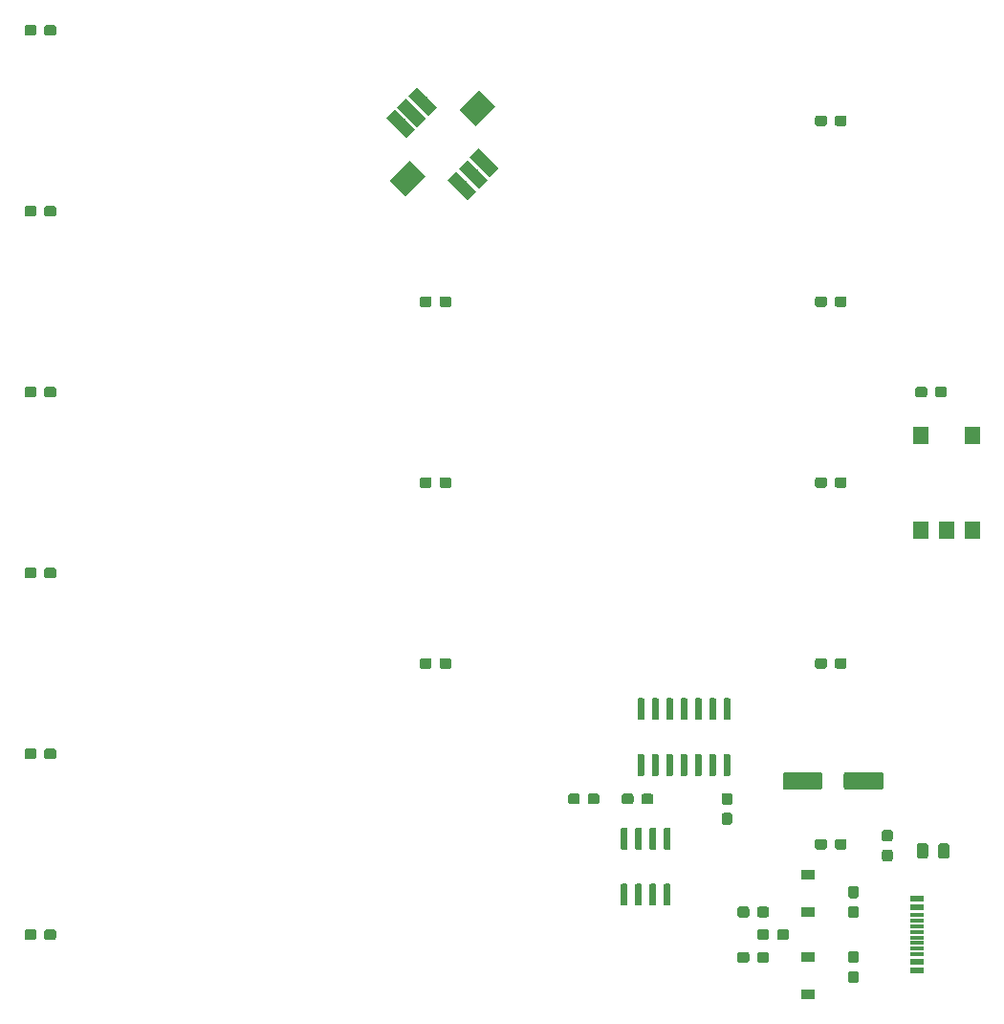
<source format=gbr>
G04 #@! TF.GenerationSoftware,KiCad,Pcbnew,5.1.3-ffb9f22~84~ubuntu18.10.1*
G04 #@! TF.CreationDate,2020-02-01T18:16:24-05:00*
G04 #@! TF.ProjectId,FIFO_Clock,4649464f-5f43-46c6-9f63-6b2e6b696361,rev?*
G04 #@! TF.SameCoordinates,PX2faf080PY2faf080*
G04 #@! TF.FileFunction,Paste,Bot*
G04 #@! TF.FilePolarity,Positive*
%FSLAX46Y46*%
G04 Gerber Fmt 4.6, Leading zero omitted, Abs format (unit mm)*
G04 Created by KiCad (PCBNEW 5.1.3-ffb9f22~84~ubuntu18.10.1) date 2020-02-01 18:16:24*
%MOMM*%
%LPD*%
G04 APERTURE LIST*
%ADD10R,1.150000X0.600000*%
%ADD11R,1.150000X0.300000*%
%ADD12C,1.100000*%
%ADD13C,0.100000*%
%ADD14C,2.000000*%
%ADD15C,0.950000*%
%ADD16R,1.200000X0.900000*%
%ADD17C,0.975000*%
%ADD18R,1.400000X1.600000*%
%ADD19C,0.600000*%
%ADD20C,1.600000*%
G04 APERTURE END LIST*
D10*
X92645000Y-93200000D03*
X92645000Y-92400000D03*
X92645000Y-86800000D03*
X92645000Y-87600000D03*
D11*
X92645000Y-88250000D03*
X92645000Y-88750000D03*
X92645000Y-89250000D03*
X92645000Y-89750000D03*
X92645000Y-90250000D03*
X92645000Y-90750000D03*
X92645000Y-91250000D03*
X92645000Y-91750000D03*
D12*
X54312311Y-21732412D03*
D13*
G36*
X53039519Y-21237437D02*
G01*
X53817336Y-20459620D01*
X55585103Y-22227387D01*
X54807286Y-23005204D01*
X53039519Y-21237437D01*
X53039519Y-21237437D01*
G37*
D12*
X52332412Y-23712311D03*
D13*
G36*
X51059620Y-23217336D02*
G01*
X51837437Y-22439519D01*
X53605204Y-24207286D01*
X52827387Y-24985103D01*
X51059620Y-23217336D01*
X51059620Y-23217336D01*
G37*
D12*
X53322361Y-22722361D03*
D13*
G36*
X52049569Y-22227386D02*
G01*
X52827386Y-21449569D01*
X54595153Y-23217336D01*
X53817336Y-23995153D01*
X52049569Y-22227386D01*
X52049569Y-22227386D01*
G37*
D14*
X47488730Y-23111270D03*
D13*
G36*
X45897740Y-23288047D02*
G01*
X47665507Y-21520280D01*
X49079720Y-22934493D01*
X47311953Y-24702260D01*
X45897740Y-23288047D01*
X45897740Y-23288047D01*
G37*
D14*
X53711270Y-16888730D03*
D13*
G36*
X52120280Y-17065507D02*
G01*
X53888047Y-15297740D01*
X55302260Y-16711953D01*
X53534493Y-18479720D01*
X52120280Y-17065507D01*
X52120280Y-17065507D01*
G37*
D12*
X47877639Y-17277639D03*
D13*
G36*
X49150431Y-17772614D02*
G01*
X48372614Y-18550431D01*
X46604847Y-16782664D01*
X47382664Y-16004847D01*
X49150431Y-17772614D01*
X49150431Y-17772614D01*
G37*
D12*
X48867588Y-16287689D03*
D13*
G36*
X50140380Y-16782664D02*
G01*
X49362563Y-17560481D01*
X47594796Y-15792714D01*
X48372613Y-15014897D01*
X50140380Y-16782664D01*
X50140380Y-16782664D01*
G37*
D12*
X46887689Y-18267588D03*
D13*
G36*
X48160481Y-18762563D02*
G01*
X47382664Y-19540380D01*
X45614897Y-17772613D01*
X46392714Y-16994796D01*
X48160481Y-18762563D01*
X48160481Y-18762563D01*
G37*
G36*
X76060779Y-79226144D02*
G01*
X76083834Y-79229563D01*
X76106443Y-79235227D01*
X76128387Y-79243079D01*
X76149457Y-79253044D01*
X76169448Y-79265026D01*
X76188168Y-79278910D01*
X76205438Y-79294562D01*
X76221090Y-79311832D01*
X76234974Y-79330552D01*
X76246956Y-79350543D01*
X76256921Y-79371613D01*
X76264773Y-79393557D01*
X76270437Y-79416166D01*
X76273856Y-79439221D01*
X76275000Y-79462500D01*
X76275000Y-80037500D01*
X76273856Y-80060779D01*
X76270437Y-80083834D01*
X76264773Y-80106443D01*
X76256921Y-80128387D01*
X76246956Y-80149457D01*
X76234974Y-80169448D01*
X76221090Y-80188168D01*
X76205438Y-80205438D01*
X76188168Y-80221090D01*
X76169448Y-80234974D01*
X76149457Y-80246956D01*
X76128387Y-80256921D01*
X76106443Y-80264773D01*
X76083834Y-80270437D01*
X76060779Y-80273856D01*
X76037500Y-80275000D01*
X75562500Y-80275000D01*
X75539221Y-80273856D01*
X75516166Y-80270437D01*
X75493557Y-80264773D01*
X75471613Y-80256921D01*
X75450543Y-80246956D01*
X75430552Y-80234974D01*
X75411832Y-80221090D01*
X75394562Y-80205438D01*
X75378910Y-80188168D01*
X75365026Y-80169448D01*
X75353044Y-80149457D01*
X75343079Y-80128387D01*
X75335227Y-80106443D01*
X75329563Y-80083834D01*
X75326144Y-80060779D01*
X75325000Y-80037500D01*
X75325000Y-79462500D01*
X75326144Y-79439221D01*
X75329563Y-79416166D01*
X75335227Y-79393557D01*
X75343079Y-79371613D01*
X75353044Y-79350543D01*
X75365026Y-79330552D01*
X75378910Y-79311832D01*
X75394562Y-79294562D01*
X75411832Y-79278910D01*
X75430552Y-79265026D01*
X75450543Y-79253044D01*
X75471613Y-79243079D01*
X75493557Y-79235227D01*
X75516166Y-79229563D01*
X75539221Y-79226144D01*
X75562500Y-79225000D01*
X76037500Y-79225000D01*
X76060779Y-79226144D01*
X76060779Y-79226144D01*
G37*
D15*
X75800000Y-79750000D03*
D13*
G36*
X76060779Y-77476144D02*
G01*
X76083834Y-77479563D01*
X76106443Y-77485227D01*
X76128387Y-77493079D01*
X76149457Y-77503044D01*
X76169448Y-77515026D01*
X76188168Y-77528910D01*
X76205438Y-77544562D01*
X76221090Y-77561832D01*
X76234974Y-77580552D01*
X76246956Y-77600543D01*
X76256921Y-77621613D01*
X76264773Y-77643557D01*
X76270437Y-77666166D01*
X76273856Y-77689221D01*
X76275000Y-77712500D01*
X76275000Y-78287500D01*
X76273856Y-78310779D01*
X76270437Y-78333834D01*
X76264773Y-78356443D01*
X76256921Y-78378387D01*
X76246956Y-78399457D01*
X76234974Y-78419448D01*
X76221090Y-78438168D01*
X76205438Y-78455438D01*
X76188168Y-78471090D01*
X76169448Y-78484974D01*
X76149457Y-78496956D01*
X76128387Y-78506921D01*
X76106443Y-78514773D01*
X76083834Y-78520437D01*
X76060779Y-78523856D01*
X76037500Y-78525000D01*
X75562500Y-78525000D01*
X75539221Y-78523856D01*
X75516166Y-78520437D01*
X75493557Y-78514773D01*
X75471613Y-78506921D01*
X75450543Y-78496956D01*
X75430552Y-78484974D01*
X75411832Y-78471090D01*
X75394562Y-78455438D01*
X75378910Y-78438168D01*
X75365026Y-78419448D01*
X75353044Y-78399457D01*
X75343079Y-78378387D01*
X75335227Y-78356443D01*
X75329563Y-78333834D01*
X75326144Y-78310779D01*
X75325000Y-78287500D01*
X75325000Y-77712500D01*
X75326144Y-77689221D01*
X75329563Y-77666166D01*
X75335227Y-77643557D01*
X75343079Y-77621613D01*
X75353044Y-77600543D01*
X75365026Y-77580552D01*
X75378910Y-77561832D01*
X75394562Y-77544562D01*
X75411832Y-77528910D01*
X75430552Y-77515026D01*
X75450543Y-77503044D01*
X75471613Y-77493079D01*
X75493557Y-77485227D01*
X75516166Y-77479563D01*
X75539221Y-77476144D01*
X75562500Y-77475000D01*
X76037500Y-77475000D01*
X76060779Y-77476144D01*
X76060779Y-77476144D01*
G37*
D15*
X75800000Y-78000000D03*
D13*
G36*
X14435779Y-9526144D02*
G01*
X14458834Y-9529563D01*
X14481443Y-9535227D01*
X14503387Y-9543079D01*
X14524457Y-9553044D01*
X14544448Y-9565026D01*
X14563168Y-9578910D01*
X14580438Y-9594562D01*
X14596090Y-9611832D01*
X14609974Y-9630552D01*
X14621956Y-9650543D01*
X14631921Y-9671613D01*
X14639773Y-9693557D01*
X14645437Y-9716166D01*
X14648856Y-9739221D01*
X14650000Y-9762500D01*
X14650000Y-10237500D01*
X14648856Y-10260779D01*
X14645437Y-10283834D01*
X14639773Y-10306443D01*
X14631921Y-10328387D01*
X14621956Y-10349457D01*
X14609974Y-10369448D01*
X14596090Y-10388168D01*
X14580438Y-10405438D01*
X14563168Y-10421090D01*
X14544448Y-10434974D01*
X14524457Y-10446956D01*
X14503387Y-10456921D01*
X14481443Y-10464773D01*
X14458834Y-10470437D01*
X14435779Y-10473856D01*
X14412500Y-10475000D01*
X13837500Y-10475000D01*
X13814221Y-10473856D01*
X13791166Y-10470437D01*
X13768557Y-10464773D01*
X13746613Y-10456921D01*
X13725543Y-10446956D01*
X13705552Y-10434974D01*
X13686832Y-10421090D01*
X13669562Y-10405438D01*
X13653910Y-10388168D01*
X13640026Y-10369448D01*
X13628044Y-10349457D01*
X13618079Y-10328387D01*
X13610227Y-10306443D01*
X13604563Y-10283834D01*
X13601144Y-10260779D01*
X13600000Y-10237500D01*
X13600000Y-9762500D01*
X13601144Y-9739221D01*
X13604563Y-9716166D01*
X13610227Y-9693557D01*
X13618079Y-9671613D01*
X13628044Y-9650543D01*
X13640026Y-9630552D01*
X13653910Y-9611832D01*
X13669562Y-9594562D01*
X13686832Y-9578910D01*
X13705552Y-9565026D01*
X13725543Y-9553044D01*
X13746613Y-9543079D01*
X13768557Y-9535227D01*
X13791166Y-9529563D01*
X13814221Y-9526144D01*
X13837500Y-9525000D01*
X14412500Y-9525000D01*
X14435779Y-9526144D01*
X14435779Y-9526144D01*
G37*
D15*
X14125000Y-10000000D03*
D13*
G36*
X16185779Y-9526144D02*
G01*
X16208834Y-9529563D01*
X16231443Y-9535227D01*
X16253387Y-9543079D01*
X16274457Y-9553044D01*
X16294448Y-9565026D01*
X16313168Y-9578910D01*
X16330438Y-9594562D01*
X16346090Y-9611832D01*
X16359974Y-9630552D01*
X16371956Y-9650543D01*
X16381921Y-9671613D01*
X16389773Y-9693557D01*
X16395437Y-9716166D01*
X16398856Y-9739221D01*
X16400000Y-9762500D01*
X16400000Y-10237500D01*
X16398856Y-10260779D01*
X16395437Y-10283834D01*
X16389773Y-10306443D01*
X16381921Y-10328387D01*
X16371956Y-10349457D01*
X16359974Y-10369448D01*
X16346090Y-10388168D01*
X16330438Y-10405438D01*
X16313168Y-10421090D01*
X16294448Y-10434974D01*
X16274457Y-10446956D01*
X16253387Y-10456921D01*
X16231443Y-10464773D01*
X16208834Y-10470437D01*
X16185779Y-10473856D01*
X16162500Y-10475000D01*
X15587500Y-10475000D01*
X15564221Y-10473856D01*
X15541166Y-10470437D01*
X15518557Y-10464773D01*
X15496613Y-10456921D01*
X15475543Y-10446956D01*
X15455552Y-10434974D01*
X15436832Y-10421090D01*
X15419562Y-10405438D01*
X15403910Y-10388168D01*
X15390026Y-10369448D01*
X15378044Y-10349457D01*
X15368079Y-10328387D01*
X15360227Y-10306443D01*
X15354563Y-10283834D01*
X15351144Y-10260779D01*
X15350000Y-10237500D01*
X15350000Y-9762500D01*
X15351144Y-9739221D01*
X15354563Y-9716166D01*
X15360227Y-9693557D01*
X15368079Y-9671613D01*
X15378044Y-9650543D01*
X15390026Y-9630552D01*
X15403910Y-9611832D01*
X15419562Y-9594562D01*
X15436832Y-9578910D01*
X15455552Y-9565026D01*
X15475543Y-9553044D01*
X15496613Y-9543079D01*
X15518557Y-9535227D01*
X15541166Y-9529563D01*
X15564221Y-9526144D01*
X15587500Y-9525000D01*
X16162500Y-9525000D01*
X16185779Y-9526144D01*
X16185779Y-9526144D01*
G37*
D15*
X15875000Y-10000000D03*
D13*
G36*
X16185779Y-25526144D02*
G01*
X16208834Y-25529563D01*
X16231443Y-25535227D01*
X16253387Y-25543079D01*
X16274457Y-25553044D01*
X16294448Y-25565026D01*
X16313168Y-25578910D01*
X16330438Y-25594562D01*
X16346090Y-25611832D01*
X16359974Y-25630552D01*
X16371956Y-25650543D01*
X16381921Y-25671613D01*
X16389773Y-25693557D01*
X16395437Y-25716166D01*
X16398856Y-25739221D01*
X16400000Y-25762500D01*
X16400000Y-26237500D01*
X16398856Y-26260779D01*
X16395437Y-26283834D01*
X16389773Y-26306443D01*
X16381921Y-26328387D01*
X16371956Y-26349457D01*
X16359974Y-26369448D01*
X16346090Y-26388168D01*
X16330438Y-26405438D01*
X16313168Y-26421090D01*
X16294448Y-26434974D01*
X16274457Y-26446956D01*
X16253387Y-26456921D01*
X16231443Y-26464773D01*
X16208834Y-26470437D01*
X16185779Y-26473856D01*
X16162500Y-26475000D01*
X15587500Y-26475000D01*
X15564221Y-26473856D01*
X15541166Y-26470437D01*
X15518557Y-26464773D01*
X15496613Y-26456921D01*
X15475543Y-26446956D01*
X15455552Y-26434974D01*
X15436832Y-26421090D01*
X15419562Y-26405438D01*
X15403910Y-26388168D01*
X15390026Y-26369448D01*
X15378044Y-26349457D01*
X15368079Y-26328387D01*
X15360227Y-26306443D01*
X15354563Y-26283834D01*
X15351144Y-26260779D01*
X15350000Y-26237500D01*
X15350000Y-25762500D01*
X15351144Y-25739221D01*
X15354563Y-25716166D01*
X15360227Y-25693557D01*
X15368079Y-25671613D01*
X15378044Y-25650543D01*
X15390026Y-25630552D01*
X15403910Y-25611832D01*
X15419562Y-25594562D01*
X15436832Y-25578910D01*
X15455552Y-25565026D01*
X15475543Y-25553044D01*
X15496613Y-25543079D01*
X15518557Y-25535227D01*
X15541166Y-25529563D01*
X15564221Y-25526144D01*
X15587500Y-25525000D01*
X16162500Y-25525000D01*
X16185779Y-25526144D01*
X16185779Y-25526144D01*
G37*
D15*
X15875000Y-26000000D03*
D13*
G36*
X14435779Y-25526144D02*
G01*
X14458834Y-25529563D01*
X14481443Y-25535227D01*
X14503387Y-25543079D01*
X14524457Y-25553044D01*
X14544448Y-25565026D01*
X14563168Y-25578910D01*
X14580438Y-25594562D01*
X14596090Y-25611832D01*
X14609974Y-25630552D01*
X14621956Y-25650543D01*
X14631921Y-25671613D01*
X14639773Y-25693557D01*
X14645437Y-25716166D01*
X14648856Y-25739221D01*
X14650000Y-25762500D01*
X14650000Y-26237500D01*
X14648856Y-26260779D01*
X14645437Y-26283834D01*
X14639773Y-26306443D01*
X14631921Y-26328387D01*
X14621956Y-26349457D01*
X14609974Y-26369448D01*
X14596090Y-26388168D01*
X14580438Y-26405438D01*
X14563168Y-26421090D01*
X14544448Y-26434974D01*
X14524457Y-26446956D01*
X14503387Y-26456921D01*
X14481443Y-26464773D01*
X14458834Y-26470437D01*
X14435779Y-26473856D01*
X14412500Y-26475000D01*
X13837500Y-26475000D01*
X13814221Y-26473856D01*
X13791166Y-26470437D01*
X13768557Y-26464773D01*
X13746613Y-26456921D01*
X13725543Y-26446956D01*
X13705552Y-26434974D01*
X13686832Y-26421090D01*
X13669562Y-26405438D01*
X13653910Y-26388168D01*
X13640026Y-26369448D01*
X13628044Y-26349457D01*
X13618079Y-26328387D01*
X13610227Y-26306443D01*
X13604563Y-26283834D01*
X13601144Y-26260779D01*
X13600000Y-26237500D01*
X13600000Y-25762500D01*
X13601144Y-25739221D01*
X13604563Y-25716166D01*
X13610227Y-25693557D01*
X13618079Y-25671613D01*
X13628044Y-25650543D01*
X13640026Y-25630552D01*
X13653910Y-25611832D01*
X13669562Y-25594562D01*
X13686832Y-25578910D01*
X13705552Y-25565026D01*
X13725543Y-25553044D01*
X13746613Y-25543079D01*
X13768557Y-25535227D01*
X13791166Y-25529563D01*
X13814221Y-25526144D01*
X13837500Y-25525000D01*
X14412500Y-25525000D01*
X14435779Y-25526144D01*
X14435779Y-25526144D01*
G37*
D15*
X14125000Y-26000000D03*
D13*
G36*
X14435779Y-41526144D02*
G01*
X14458834Y-41529563D01*
X14481443Y-41535227D01*
X14503387Y-41543079D01*
X14524457Y-41553044D01*
X14544448Y-41565026D01*
X14563168Y-41578910D01*
X14580438Y-41594562D01*
X14596090Y-41611832D01*
X14609974Y-41630552D01*
X14621956Y-41650543D01*
X14631921Y-41671613D01*
X14639773Y-41693557D01*
X14645437Y-41716166D01*
X14648856Y-41739221D01*
X14650000Y-41762500D01*
X14650000Y-42237500D01*
X14648856Y-42260779D01*
X14645437Y-42283834D01*
X14639773Y-42306443D01*
X14631921Y-42328387D01*
X14621956Y-42349457D01*
X14609974Y-42369448D01*
X14596090Y-42388168D01*
X14580438Y-42405438D01*
X14563168Y-42421090D01*
X14544448Y-42434974D01*
X14524457Y-42446956D01*
X14503387Y-42456921D01*
X14481443Y-42464773D01*
X14458834Y-42470437D01*
X14435779Y-42473856D01*
X14412500Y-42475000D01*
X13837500Y-42475000D01*
X13814221Y-42473856D01*
X13791166Y-42470437D01*
X13768557Y-42464773D01*
X13746613Y-42456921D01*
X13725543Y-42446956D01*
X13705552Y-42434974D01*
X13686832Y-42421090D01*
X13669562Y-42405438D01*
X13653910Y-42388168D01*
X13640026Y-42369448D01*
X13628044Y-42349457D01*
X13618079Y-42328387D01*
X13610227Y-42306443D01*
X13604563Y-42283834D01*
X13601144Y-42260779D01*
X13600000Y-42237500D01*
X13600000Y-41762500D01*
X13601144Y-41739221D01*
X13604563Y-41716166D01*
X13610227Y-41693557D01*
X13618079Y-41671613D01*
X13628044Y-41650543D01*
X13640026Y-41630552D01*
X13653910Y-41611832D01*
X13669562Y-41594562D01*
X13686832Y-41578910D01*
X13705552Y-41565026D01*
X13725543Y-41553044D01*
X13746613Y-41543079D01*
X13768557Y-41535227D01*
X13791166Y-41529563D01*
X13814221Y-41526144D01*
X13837500Y-41525000D01*
X14412500Y-41525000D01*
X14435779Y-41526144D01*
X14435779Y-41526144D01*
G37*
D15*
X14125000Y-42000000D03*
D13*
G36*
X16185779Y-41526144D02*
G01*
X16208834Y-41529563D01*
X16231443Y-41535227D01*
X16253387Y-41543079D01*
X16274457Y-41553044D01*
X16294448Y-41565026D01*
X16313168Y-41578910D01*
X16330438Y-41594562D01*
X16346090Y-41611832D01*
X16359974Y-41630552D01*
X16371956Y-41650543D01*
X16381921Y-41671613D01*
X16389773Y-41693557D01*
X16395437Y-41716166D01*
X16398856Y-41739221D01*
X16400000Y-41762500D01*
X16400000Y-42237500D01*
X16398856Y-42260779D01*
X16395437Y-42283834D01*
X16389773Y-42306443D01*
X16381921Y-42328387D01*
X16371956Y-42349457D01*
X16359974Y-42369448D01*
X16346090Y-42388168D01*
X16330438Y-42405438D01*
X16313168Y-42421090D01*
X16294448Y-42434974D01*
X16274457Y-42446956D01*
X16253387Y-42456921D01*
X16231443Y-42464773D01*
X16208834Y-42470437D01*
X16185779Y-42473856D01*
X16162500Y-42475000D01*
X15587500Y-42475000D01*
X15564221Y-42473856D01*
X15541166Y-42470437D01*
X15518557Y-42464773D01*
X15496613Y-42456921D01*
X15475543Y-42446956D01*
X15455552Y-42434974D01*
X15436832Y-42421090D01*
X15419562Y-42405438D01*
X15403910Y-42388168D01*
X15390026Y-42369448D01*
X15378044Y-42349457D01*
X15368079Y-42328387D01*
X15360227Y-42306443D01*
X15354563Y-42283834D01*
X15351144Y-42260779D01*
X15350000Y-42237500D01*
X15350000Y-41762500D01*
X15351144Y-41739221D01*
X15354563Y-41716166D01*
X15360227Y-41693557D01*
X15368079Y-41671613D01*
X15378044Y-41650543D01*
X15390026Y-41630552D01*
X15403910Y-41611832D01*
X15419562Y-41594562D01*
X15436832Y-41578910D01*
X15455552Y-41565026D01*
X15475543Y-41553044D01*
X15496613Y-41543079D01*
X15518557Y-41535227D01*
X15541166Y-41529563D01*
X15564221Y-41526144D01*
X15587500Y-41525000D01*
X16162500Y-41525000D01*
X16185779Y-41526144D01*
X16185779Y-41526144D01*
G37*
D15*
X15875000Y-42000000D03*
D13*
G36*
X16185779Y-57526144D02*
G01*
X16208834Y-57529563D01*
X16231443Y-57535227D01*
X16253387Y-57543079D01*
X16274457Y-57553044D01*
X16294448Y-57565026D01*
X16313168Y-57578910D01*
X16330438Y-57594562D01*
X16346090Y-57611832D01*
X16359974Y-57630552D01*
X16371956Y-57650543D01*
X16381921Y-57671613D01*
X16389773Y-57693557D01*
X16395437Y-57716166D01*
X16398856Y-57739221D01*
X16400000Y-57762500D01*
X16400000Y-58237500D01*
X16398856Y-58260779D01*
X16395437Y-58283834D01*
X16389773Y-58306443D01*
X16381921Y-58328387D01*
X16371956Y-58349457D01*
X16359974Y-58369448D01*
X16346090Y-58388168D01*
X16330438Y-58405438D01*
X16313168Y-58421090D01*
X16294448Y-58434974D01*
X16274457Y-58446956D01*
X16253387Y-58456921D01*
X16231443Y-58464773D01*
X16208834Y-58470437D01*
X16185779Y-58473856D01*
X16162500Y-58475000D01*
X15587500Y-58475000D01*
X15564221Y-58473856D01*
X15541166Y-58470437D01*
X15518557Y-58464773D01*
X15496613Y-58456921D01*
X15475543Y-58446956D01*
X15455552Y-58434974D01*
X15436832Y-58421090D01*
X15419562Y-58405438D01*
X15403910Y-58388168D01*
X15390026Y-58369448D01*
X15378044Y-58349457D01*
X15368079Y-58328387D01*
X15360227Y-58306443D01*
X15354563Y-58283834D01*
X15351144Y-58260779D01*
X15350000Y-58237500D01*
X15350000Y-57762500D01*
X15351144Y-57739221D01*
X15354563Y-57716166D01*
X15360227Y-57693557D01*
X15368079Y-57671613D01*
X15378044Y-57650543D01*
X15390026Y-57630552D01*
X15403910Y-57611832D01*
X15419562Y-57594562D01*
X15436832Y-57578910D01*
X15455552Y-57565026D01*
X15475543Y-57553044D01*
X15496613Y-57543079D01*
X15518557Y-57535227D01*
X15541166Y-57529563D01*
X15564221Y-57526144D01*
X15587500Y-57525000D01*
X16162500Y-57525000D01*
X16185779Y-57526144D01*
X16185779Y-57526144D01*
G37*
D15*
X15875000Y-58000000D03*
D13*
G36*
X14435779Y-57526144D02*
G01*
X14458834Y-57529563D01*
X14481443Y-57535227D01*
X14503387Y-57543079D01*
X14524457Y-57553044D01*
X14544448Y-57565026D01*
X14563168Y-57578910D01*
X14580438Y-57594562D01*
X14596090Y-57611832D01*
X14609974Y-57630552D01*
X14621956Y-57650543D01*
X14631921Y-57671613D01*
X14639773Y-57693557D01*
X14645437Y-57716166D01*
X14648856Y-57739221D01*
X14650000Y-57762500D01*
X14650000Y-58237500D01*
X14648856Y-58260779D01*
X14645437Y-58283834D01*
X14639773Y-58306443D01*
X14631921Y-58328387D01*
X14621956Y-58349457D01*
X14609974Y-58369448D01*
X14596090Y-58388168D01*
X14580438Y-58405438D01*
X14563168Y-58421090D01*
X14544448Y-58434974D01*
X14524457Y-58446956D01*
X14503387Y-58456921D01*
X14481443Y-58464773D01*
X14458834Y-58470437D01*
X14435779Y-58473856D01*
X14412500Y-58475000D01*
X13837500Y-58475000D01*
X13814221Y-58473856D01*
X13791166Y-58470437D01*
X13768557Y-58464773D01*
X13746613Y-58456921D01*
X13725543Y-58446956D01*
X13705552Y-58434974D01*
X13686832Y-58421090D01*
X13669562Y-58405438D01*
X13653910Y-58388168D01*
X13640026Y-58369448D01*
X13628044Y-58349457D01*
X13618079Y-58328387D01*
X13610227Y-58306443D01*
X13604563Y-58283834D01*
X13601144Y-58260779D01*
X13600000Y-58237500D01*
X13600000Y-57762500D01*
X13601144Y-57739221D01*
X13604563Y-57716166D01*
X13610227Y-57693557D01*
X13618079Y-57671613D01*
X13628044Y-57650543D01*
X13640026Y-57630552D01*
X13653910Y-57611832D01*
X13669562Y-57594562D01*
X13686832Y-57578910D01*
X13705552Y-57565026D01*
X13725543Y-57553044D01*
X13746613Y-57543079D01*
X13768557Y-57535227D01*
X13791166Y-57529563D01*
X13814221Y-57526144D01*
X13837500Y-57525000D01*
X14412500Y-57525000D01*
X14435779Y-57526144D01*
X14435779Y-57526144D01*
G37*
D15*
X14125000Y-58000000D03*
D13*
G36*
X14435779Y-73526144D02*
G01*
X14458834Y-73529563D01*
X14481443Y-73535227D01*
X14503387Y-73543079D01*
X14524457Y-73553044D01*
X14544448Y-73565026D01*
X14563168Y-73578910D01*
X14580438Y-73594562D01*
X14596090Y-73611832D01*
X14609974Y-73630552D01*
X14621956Y-73650543D01*
X14631921Y-73671613D01*
X14639773Y-73693557D01*
X14645437Y-73716166D01*
X14648856Y-73739221D01*
X14650000Y-73762500D01*
X14650000Y-74237500D01*
X14648856Y-74260779D01*
X14645437Y-74283834D01*
X14639773Y-74306443D01*
X14631921Y-74328387D01*
X14621956Y-74349457D01*
X14609974Y-74369448D01*
X14596090Y-74388168D01*
X14580438Y-74405438D01*
X14563168Y-74421090D01*
X14544448Y-74434974D01*
X14524457Y-74446956D01*
X14503387Y-74456921D01*
X14481443Y-74464773D01*
X14458834Y-74470437D01*
X14435779Y-74473856D01*
X14412500Y-74475000D01*
X13837500Y-74475000D01*
X13814221Y-74473856D01*
X13791166Y-74470437D01*
X13768557Y-74464773D01*
X13746613Y-74456921D01*
X13725543Y-74446956D01*
X13705552Y-74434974D01*
X13686832Y-74421090D01*
X13669562Y-74405438D01*
X13653910Y-74388168D01*
X13640026Y-74369448D01*
X13628044Y-74349457D01*
X13618079Y-74328387D01*
X13610227Y-74306443D01*
X13604563Y-74283834D01*
X13601144Y-74260779D01*
X13600000Y-74237500D01*
X13600000Y-73762500D01*
X13601144Y-73739221D01*
X13604563Y-73716166D01*
X13610227Y-73693557D01*
X13618079Y-73671613D01*
X13628044Y-73650543D01*
X13640026Y-73630552D01*
X13653910Y-73611832D01*
X13669562Y-73594562D01*
X13686832Y-73578910D01*
X13705552Y-73565026D01*
X13725543Y-73553044D01*
X13746613Y-73543079D01*
X13768557Y-73535227D01*
X13791166Y-73529563D01*
X13814221Y-73526144D01*
X13837500Y-73525000D01*
X14412500Y-73525000D01*
X14435779Y-73526144D01*
X14435779Y-73526144D01*
G37*
D15*
X14125000Y-74000000D03*
D13*
G36*
X16185779Y-73526144D02*
G01*
X16208834Y-73529563D01*
X16231443Y-73535227D01*
X16253387Y-73543079D01*
X16274457Y-73553044D01*
X16294448Y-73565026D01*
X16313168Y-73578910D01*
X16330438Y-73594562D01*
X16346090Y-73611832D01*
X16359974Y-73630552D01*
X16371956Y-73650543D01*
X16381921Y-73671613D01*
X16389773Y-73693557D01*
X16395437Y-73716166D01*
X16398856Y-73739221D01*
X16400000Y-73762500D01*
X16400000Y-74237500D01*
X16398856Y-74260779D01*
X16395437Y-74283834D01*
X16389773Y-74306443D01*
X16381921Y-74328387D01*
X16371956Y-74349457D01*
X16359974Y-74369448D01*
X16346090Y-74388168D01*
X16330438Y-74405438D01*
X16313168Y-74421090D01*
X16294448Y-74434974D01*
X16274457Y-74446956D01*
X16253387Y-74456921D01*
X16231443Y-74464773D01*
X16208834Y-74470437D01*
X16185779Y-74473856D01*
X16162500Y-74475000D01*
X15587500Y-74475000D01*
X15564221Y-74473856D01*
X15541166Y-74470437D01*
X15518557Y-74464773D01*
X15496613Y-74456921D01*
X15475543Y-74446956D01*
X15455552Y-74434974D01*
X15436832Y-74421090D01*
X15419562Y-74405438D01*
X15403910Y-74388168D01*
X15390026Y-74369448D01*
X15378044Y-74349457D01*
X15368079Y-74328387D01*
X15360227Y-74306443D01*
X15354563Y-74283834D01*
X15351144Y-74260779D01*
X15350000Y-74237500D01*
X15350000Y-73762500D01*
X15351144Y-73739221D01*
X15354563Y-73716166D01*
X15360227Y-73693557D01*
X15368079Y-73671613D01*
X15378044Y-73650543D01*
X15390026Y-73630552D01*
X15403910Y-73611832D01*
X15419562Y-73594562D01*
X15436832Y-73578910D01*
X15455552Y-73565026D01*
X15475543Y-73553044D01*
X15496613Y-73543079D01*
X15518557Y-73535227D01*
X15541166Y-73529563D01*
X15564221Y-73526144D01*
X15587500Y-73525000D01*
X16162500Y-73525000D01*
X16185779Y-73526144D01*
X16185779Y-73526144D01*
G37*
D15*
X15875000Y-74000000D03*
D13*
G36*
X16185779Y-89526144D02*
G01*
X16208834Y-89529563D01*
X16231443Y-89535227D01*
X16253387Y-89543079D01*
X16274457Y-89553044D01*
X16294448Y-89565026D01*
X16313168Y-89578910D01*
X16330438Y-89594562D01*
X16346090Y-89611832D01*
X16359974Y-89630552D01*
X16371956Y-89650543D01*
X16381921Y-89671613D01*
X16389773Y-89693557D01*
X16395437Y-89716166D01*
X16398856Y-89739221D01*
X16400000Y-89762500D01*
X16400000Y-90237500D01*
X16398856Y-90260779D01*
X16395437Y-90283834D01*
X16389773Y-90306443D01*
X16381921Y-90328387D01*
X16371956Y-90349457D01*
X16359974Y-90369448D01*
X16346090Y-90388168D01*
X16330438Y-90405438D01*
X16313168Y-90421090D01*
X16294448Y-90434974D01*
X16274457Y-90446956D01*
X16253387Y-90456921D01*
X16231443Y-90464773D01*
X16208834Y-90470437D01*
X16185779Y-90473856D01*
X16162500Y-90475000D01*
X15587500Y-90475000D01*
X15564221Y-90473856D01*
X15541166Y-90470437D01*
X15518557Y-90464773D01*
X15496613Y-90456921D01*
X15475543Y-90446956D01*
X15455552Y-90434974D01*
X15436832Y-90421090D01*
X15419562Y-90405438D01*
X15403910Y-90388168D01*
X15390026Y-90369448D01*
X15378044Y-90349457D01*
X15368079Y-90328387D01*
X15360227Y-90306443D01*
X15354563Y-90283834D01*
X15351144Y-90260779D01*
X15350000Y-90237500D01*
X15350000Y-89762500D01*
X15351144Y-89739221D01*
X15354563Y-89716166D01*
X15360227Y-89693557D01*
X15368079Y-89671613D01*
X15378044Y-89650543D01*
X15390026Y-89630552D01*
X15403910Y-89611832D01*
X15419562Y-89594562D01*
X15436832Y-89578910D01*
X15455552Y-89565026D01*
X15475543Y-89553044D01*
X15496613Y-89543079D01*
X15518557Y-89535227D01*
X15541166Y-89529563D01*
X15564221Y-89526144D01*
X15587500Y-89525000D01*
X16162500Y-89525000D01*
X16185779Y-89526144D01*
X16185779Y-89526144D01*
G37*
D15*
X15875000Y-90000000D03*
D13*
G36*
X14435779Y-89526144D02*
G01*
X14458834Y-89529563D01*
X14481443Y-89535227D01*
X14503387Y-89543079D01*
X14524457Y-89553044D01*
X14544448Y-89565026D01*
X14563168Y-89578910D01*
X14580438Y-89594562D01*
X14596090Y-89611832D01*
X14609974Y-89630552D01*
X14621956Y-89650543D01*
X14631921Y-89671613D01*
X14639773Y-89693557D01*
X14645437Y-89716166D01*
X14648856Y-89739221D01*
X14650000Y-89762500D01*
X14650000Y-90237500D01*
X14648856Y-90260779D01*
X14645437Y-90283834D01*
X14639773Y-90306443D01*
X14631921Y-90328387D01*
X14621956Y-90349457D01*
X14609974Y-90369448D01*
X14596090Y-90388168D01*
X14580438Y-90405438D01*
X14563168Y-90421090D01*
X14544448Y-90434974D01*
X14524457Y-90446956D01*
X14503387Y-90456921D01*
X14481443Y-90464773D01*
X14458834Y-90470437D01*
X14435779Y-90473856D01*
X14412500Y-90475000D01*
X13837500Y-90475000D01*
X13814221Y-90473856D01*
X13791166Y-90470437D01*
X13768557Y-90464773D01*
X13746613Y-90456921D01*
X13725543Y-90446956D01*
X13705552Y-90434974D01*
X13686832Y-90421090D01*
X13669562Y-90405438D01*
X13653910Y-90388168D01*
X13640026Y-90369448D01*
X13628044Y-90349457D01*
X13618079Y-90328387D01*
X13610227Y-90306443D01*
X13604563Y-90283834D01*
X13601144Y-90260779D01*
X13600000Y-90237500D01*
X13600000Y-89762500D01*
X13601144Y-89739221D01*
X13604563Y-89716166D01*
X13610227Y-89693557D01*
X13618079Y-89671613D01*
X13628044Y-89650543D01*
X13640026Y-89630552D01*
X13653910Y-89611832D01*
X13669562Y-89594562D01*
X13686832Y-89578910D01*
X13705552Y-89565026D01*
X13725543Y-89553044D01*
X13746613Y-89543079D01*
X13768557Y-89535227D01*
X13791166Y-89529563D01*
X13814221Y-89526144D01*
X13837500Y-89525000D01*
X14412500Y-89525000D01*
X14435779Y-89526144D01*
X14435779Y-89526144D01*
G37*
D15*
X14125000Y-90000000D03*
D13*
G36*
X51185779Y-33526144D02*
G01*
X51208834Y-33529563D01*
X51231443Y-33535227D01*
X51253387Y-33543079D01*
X51274457Y-33553044D01*
X51294448Y-33565026D01*
X51313168Y-33578910D01*
X51330438Y-33594562D01*
X51346090Y-33611832D01*
X51359974Y-33630552D01*
X51371956Y-33650543D01*
X51381921Y-33671613D01*
X51389773Y-33693557D01*
X51395437Y-33716166D01*
X51398856Y-33739221D01*
X51400000Y-33762500D01*
X51400000Y-34237500D01*
X51398856Y-34260779D01*
X51395437Y-34283834D01*
X51389773Y-34306443D01*
X51381921Y-34328387D01*
X51371956Y-34349457D01*
X51359974Y-34369448D01*
X51346090Y-34388168D01*
X51330438Y-34405438D01*
X51313168Y-34421090D01*
X51294448Y-34434974D01*
X51274457Y-34446956D01*
X51253387Y-34456921D01*
X51231443Y-34464773D01*
X51208834Y-34470437D01*
X51185779Y-34473856D01*
X51162500Y-34475000D01*
X50587500Y-34475000D01*
X50564221Y-34473856D01*
X50541166Y-34470437D01*
X50518557Y-34464773D01*
X50496613Y-34456921D01*
X50475543Y-34446956D01*
X50455552Y-34434974D01*
X50436832Y-34421090D01*
X50419562Y-34405438D01*
X50403910Y-34388168D01*
X50390026Y-34369448D01*
X50378044Y-34349457D01*
X50368079Y-34328387D01*
X50360227Y-34306443D01*
X50354563Y-34283834D01*
X50351144Y-34260779D01*
X50350000Y-34237500D01*
X50350000Y-33762500D01*
X50351144Y-33739221D01*
X50354563Y-33716166D01*
X50360227Y-33693557D01*
X50368079Y-33671613D01*
X50378044Y-33650543D01*
X50390026Y-33630552D01*
X50403910Y-33611832D01*
X50419562Y-33594562D01*
X50436832Y-33578910D01*
X50455552Y-33565026D01*
X50475543Y-33553044D01*
X50496613Y-33543079D01*
X50518557Y-33535227D01*
X50541166Y-33529563D01*
X50564221Y-33526144D01*
X50587500Y-33525000D01*
X51162500Y-33525000D01*
X51185779Y-33526144D01*
X51185779Y-33526144D01*
G37*
D15*
X50875000Y-34000000D03*
D13*
G36*
X49435779Y-33526144D02*
G01*
X49458834Y-33529563D01*
X49481443Y-33535227D01*
X49503387Y-33543079D01*
X49524457Y-33553044D01*
X49544448Y-33565026D01*
X49563168Y-33578910D01*
X49580438Y-33594562D01*
X49596090Y-33611832D01*
X49609974Y-33630552D01*
X49621956Y-33650543D01*
X49631921Y-33671613D01*
X49639773Y-33693557D01*
X49645437Y-33716166D01*
X49648856Y-33739221D01*
X49650000Y-33762500D01*
X49650000Y-34237500D01*
X49648856Y-34260779D01*
X49645437Y-34283834D01*
X49639773Y-34306443D01*
X49631921Y-34328387D01*
X49621956Y-34349457D01*
X49609974Y-34369448D01*
X49596090Y-34388168D01*
X49580438Y-34405438D01*
X49563168Y-34421090D01*
X49544448Y-34434974D01*
X49524457Y-34446956D01*
X49503387Y-34456921D01*
X49481443Y-34464773D01*
X49458834Y-34470437D01*
X49435779Y-34473856D01*
X49412500Y-34475000D01*
X48837500Y-34475000D01*
X48814221Y-34473856D01*
X48791166Y-34470437D01*
X48768557Y-34464773D01*
X48746613Y-34456921D01*
X48725543Y-34446956D01*
X48705552Y-34434974D01*
X48686832Y-34421090D01*
X48669562Y-34405438D01*
X48653910Y-34388168D01*
X48640026Y-34369448D01*
X48628044Y-34349457D01*
X48618079Y-34328387D01*
X48610227Y-34306443D01*
X48604563Y-34283834D01*
X48601144Y-34260779D01*
X48600000Y-34237500D01*
X48600000Y-33762500D01*
X48601144Y-33739221D01*
X48604563Y-33716166D01*
X48610227Y-33693557D01*
X48618079Y-33671613D01*
X48628044Y-33650543D01*
X48640026Y-33630552D01*
X48653910Y-33611832D01*
X48669562Y-33594562D01*
X48686832Y-33578910D01*
X48705552Y-33565026D01*
X48725543Y-33553044D01*
X48746613Y-33543079D01*
X48768557Y-33535227D01*
X48791166Y-33529563D01*
X48814221Y-33526144D01*
X48837500Y-33525000D01*
X49412500Y-33525000D01*
X49435779Y-33526144D01*
X49435779Y-33526144D01*
G37*
D15*
X49125000Y-34000000D03*
D13*
G36*
X49435779Y-49526144D02*
G01*
X49458834Y-49529563D01*
X49481443Y-49535227D01*
X49503387Y-49543079D01*
X49524457Y-49553044D01*
X49544448Y-49565026D01*
X49563168Y-49578910D01*
X49580438Y-49594562D01*
X49596090Y-49611832D01*
X49609974Y-49630552D01*
X49621956Y-49650543D01*
X49631921Y-49671613D01*
X49639773Y-49693557D01*
X49645437Y-49716166D01*
X49648856Y-49739221D01*
X49650000Y-49762500D01*
X49650000Y-50237500D01*
X49648856Y-50260779D01*
X49645437Y-50283834D01*
X49639773Y-50306443D01*
X49631921Y-50328387D01*
X49621956Y-50349457D01*
X49609974Y-50369448D01*
X49596090Y-50388168D01*
X49580438Y-50405438D01*
X49563168Y-50421090D01*
X49544448Y-50434974D01*
X49524457Y-50446956D01*
X49503387Y-50456921D01*
X49481443Y-50464773D01*
X49458834Y-50470437D01*
X49435779Y-50473856D01*
X49412500Y-50475000D01*
X48837500Y-50475000D01*
X48814221Y-50473856D01*
X48791166Y-50470437D01*
X48768557Y-50464773D01*
X48746613Y-50456921D01*
X48725543Y-50446956D01*
X48705552Y-50434974D01*
X48686832Y-50421090D01*
X48669562Y-50405438D01*
X48653910Y-50388168D01*
X48640026Y-50369448D01*
X48628044Y-50349457D01*
X48618079Y-50328387D01*
X48610227Y-50306443D01*
X48604563Y-50283834D01*
X48601144Y-50260779D01*
X48600000Y-50237500D01*
X48600000Y-49762500D01*
X48601144Y-49739221D01*
X48604563Y-49716166D01*
X48610227Y-49693557D01*
X48618079Y-49671613D01*
X48628044Y-49650543D01*
X48640026Y-49630552D01*
X48653910Y-49611832D01*
X48669562Y-49594562D01*
X48686832Y-49578910D01*
X48705552Y-49565026D01*
X48725543Y-49553044D01*
X48746613Y-49543079D01*
X48768557Y-49535227D01*
X48791166Y-49529563D01*
X48814221Y-49526144D01*
X48837500Y-49525000D01*
X49412500Y-49525000D01*
X49435779Y-49526144D01*
X49435779Y-49526144D01*
G37*
D15*
X49125000Y-50000000D03*
D13*
G36*
X51185779Y-49526144D02*
G01*
X51208834Y-49529563D01*
X51231443Y-49535227D01*
X51253387Y-49543079D01*
X51274457Y-49553044D01*
X51294448Y-49565026D01*
X51313168Y-49578910D01*
X51330438Y-49594562D01*
X51346090Y-49611832D01*
X51359974Y-49630552D01*
X51371956Y-49650543D01*
X51381921Y-49671613D01*
X51389773Y-49693557D01*
X51395437Y-49716166D01*
X51398856Y-49739221D01*
X51400000Y-49762500D01*
X51400000Y-50237500D01*
X51398856Y-50260779D01*
X51395437Y-50283834D01*
X51389773Y-50306443D01*
X51381921Y-50328387D01*
X51371956Y-50349457D01*
X51359974Y-50369448D01*
X51346090Y-50388168D01*
X51330438Y-50405438D01*
X51313168Y-50421090D01*
X51294448Y-50434974D01*
X51274457Y-50446956D01*
X51253387Y-50456921D01*
X51231443Y-50464773D01*
X51208834Y-50470437D01*
X51185779Y-50473856D01*
X51162500Y-50475000D01*
X50587500Y-50475000D01*
X50564221Y-50473856D01*
X50541166Y-50470437D01*
X50518557Y-50464773D01*
X50496613Y-50456921D01*
X50475543Y-50446956D01*
X50455552Y-50434974D01*
X50436832Y-50421090D01*
X50419562Y-50405438D01*
X50403910Y-50388168D01*
X50390026Y-50369448D01*
X50378044Y-50349457D01*
X50368079Y-50328387D01*
X50360227Y-50306443D01*
X50354563Y-50283834D01*
X50351144Y-50260779D01*
X50350000Y-50237500D01*
X50350000Y-49762500D01*
X50351144Y-49739221D01*
X50354563Y-49716166D01*
X50360227Y-49693557D01*
X50368079Y-49671613D01*
X50378044Y-49650543D01*
X50390026Y-49630552D01*
X50403910Y-49611832D01*
X50419562Y-49594562D01*
X50436832Y-49578910D01*
X50455552Y-49565026D01*
X50475543Y-49553044D01*
X50496613Y-49543079D01*
X50518557Y-49535227D01*
X50541166Y-49529563D01*
X50564221Y-49526144D01*
X50587500Y-49525000D01*
X51162500Y-49525000D01*
X51185779Y-49526144D01*
X51185779Y-49526144D01*
G37*
D15*
X50875000Y-50000000D03*
D13*
G36*
X49435779Y-65526144D02*
G01*
X49458834Y-65529563D01*
X49481443Y-65535227D01*
X49503387Y-65543079D01*
X49524457Y-65553044D01*
X49544448Y-65565026D01*
X49563168Y-65578910D01*
X49580438Y-65594562D01*
X49596090Y-65611832D01*
X49609974Y-65630552D01*
X49621956Y-65650543D01*
X49631921Y-65671613D01*
X49639773Y-65693557D01*
X49645437Y-65716166D01*
X49648856Y-65739221D01*
X49650000Y-65762500D01*
X49650000Y-66237500D01*
X49648856Y-66260779D01*
X49645437Y-66283834D01*
X49639773Y-66306443D01*
X49631921Y-66328387D01*
X49621956Y-66349457D01*
X49609974Y-66369448D01*
X49596090Y-66388168D01*
X49580438Y-66405438D01*
X49563168Y-66421090D01*
X49544448Y-66434974D01*
X49524457Y-66446956D01*
X49503387Y-66456921D01*
X49481443Y-66464773D01*
X49458834Y-66470437D01*
X49435779Y-66473856D01*
X49412500Y-66475000D01*
X48837500Y-66475000D01*
X48814221Y-66473856D01*
X48791166Y-66470437D01*
X48768557Y-66464773D01*
X48746613Y-66456921D01*
X48725543Y-66446956D01*
X48705552Y-66434974D01*
X48686832Y-66421090D01*
X48669562Y-66405438D01*
X48653910Y-66388168D01*
X48640026Y-66369448D01*
X48628044Y-66349457D01*
X48618079Y-66328387D01*
X48610227Y-66306443D01*
X48604563Y-66283834D01*
X48601144Y-66260779D01*
X48600000Y-66237500D01*
X48600000Y-65762500D01*
X48601144Y-65739221D01*
X48604563Y-65716166D01*
X48610227Y-65693557D01*
X48618079Y-65671613D01*
X48628044Y-65650543D01*
X48640026Y-65630552D01*
X48653910Y-65611832D01*
X48669562Y-65594562D01*
X48686832Y-65578910D01*
X48705552Y-65565026D01*
X48725543Y-65553044D01*
X48746613Y-65543079D01*
X48768557Y-65535227D01*
X48791166Y-65529563D01*
X48814221Y-65526144D01*
X48837500Y-65525000D01*
X49412500Y-65525000D01*
X49435779Y-65526144D01*
X49435779Y-65526144D01*
G37*
D15*
X49125000Y-66000000D03*
D13*
G36*
X51185779Y-65526144D02*
G01*
X51208834Y-65529563D01*
X51231443Y-65535227D01*
X51253387Y-65543079D01*
X51274457Y-65553044D01*
X51294448Y-65565026D01*
X51313168Y-65578910D01*
X51330438Y-65594562D01*
X51346090Y-65611832D01*
X51359974Y-65630552D01*
X51371956Y-65650543D01*
X51381921Y-65671613D01*
X51389773Y-65693557D01*
X51395437Y-65716166D01*
X51398856Y-65739221D01*
X51400000Y-65762500D01*
X51400000Y-66237500D01*
X51398856Y-66260779D01*
X51395437Y-66283834D01*
X51389773Y-66306443D01*
X51381921Y-66328387D01*
X51371956Y-66349457D01*
X51359974Y-66369448D01*
X51346090Y-66388168D01*
X51330438Y-66405438D01*
X51313168Y-66421090D01*
X51294448Y-66434974D01*
X51274457Y-66446956D01*
X51253387Y-66456921D01*
X51231443Y-66464773D01*
X51208834Y-66470437D01*
X51185779Y-66473856D01*
X51162500Y-66475000D01*
X50587500Y-66475000D01*
X50564221Y-66473856D01*
X50541166Y-66470437D01*
X50518557Y-66464773D01*
X50496613Y-66456921D01*
X50475543Y-66446956D01*
X50455552Y-66434974D01*
X50436832Y-66421090D01*
X50419562Y-66405438D01*
X50403910Y-66388168D01*
X50390026Y-66369448D01*
X50378044Y-66349457D01*
X50368079Y-66328387D01*
X50360227Y-66306443D01*
X50354563Y-66283834D01*
X50351144Y-66260779D01*
X50350000Y-66237500D01*
X50350000Y-65762500D01*
X50351144Y-65739221D01*
X50354563Y-65716166D01*
X50360227Y-65693557D01*
X50368079Y-65671613D01*
X50378044Y-65650543D01*
X50390026Y-65630552D01*
X50403910Y-65611832D01*
X50419562Y-65594562D01*
X50436832Y-65578910D01*
X50455552Y-65565026D01*
X50475543Y-65553044D01*
X50496613Y-65543079D01*
X50518557Y-65535227D01*
X50541166Y-65529563D01*
X50564221Y-65526144D01*
X50587500Y-65525000D01*
X51162500Y-65525000D01*
X51185779Y-65526144D01*
X51185779Y-65526144D01*
G37*
D15*
X50875000Y-66000000D03*
D13*
G36*
X86185779Y-17526144D02*
G01*
X86208834Y-17529563D01*
X86231443Y-17535227D01*
X86253387Y-17543079D01*
X86274457Y-17553044D01*
X86294448Y-17565026D01*
X86313168Y-17578910D01*
X86330438Y-17594562D01*
X86346090Y-17611832D01*
X86359974Y-17630552D01*
X86371956Y-17650543D01*
X86381921Y-17671613D01*
X86389773Y-17693557D01*
X86395437Y-17716166D01*
X86398856Y-17739221D01*
X86400000Y-17762500D01*
X86400000Y-18237500D01*
X86398856Y-18260779D01*
X86395437Y-18283834D01*
X86389773Y-18306443D01*
X86381921Y-18328387D01*
X86371956Y-18349457D01*
X86359974Y-18369448D01*
X86346090Y-18388168D01*
X86330438Y-18405438D01*
X86313168Y-18421090D01*
X86294448Y-18434974D01*
X86274457Y-18446956D01*
X86253387Y-18456921D01*
X86231443Y-18464773D01*
X86208834Y-18470437D01*
X86185779Y-18473856D01*
X86162500Y-18475000D01*
X85587500Y-18475000D01*
X85564221Y-18473856D01*
X85541166Y-18470437D01*
X85518557Y-18464773D01*
X85496613Y-18456921D01*
X85475543Y-18446956D01*
X85455552Y-18434974D01*
X85436832Y-18421090D01*
X85419562Y-18405438D01*
X85403910Y-18388168D01*
X85390026Y-18369448D01*
X85378044Y-18349457D01*
X85368079Y-18328387D01*
X85360227Y-18306443D01*
X85354563Y-18283834D01*
X85351144Y-18260779D01*
X85350000Y-18237500D01*
X85350000Y-17762500D01*
X85351144Y-17739221D01*
X85354563Y-17716166D01*
X85360227Y-17693557D01*
X85368079Y-17671613D01*
X85378044Y-17650543D01*
X85390026Y-17630552D01*
X85403910Y-17611832D01*
X85419562Y-17594562D01*
X85436832Y-17578910D01*
X85455552Y-17565026D01*
X85475543Y-17553044D01*
X85496613Y-17543079D01*
X85518557Y-17535227D01*
X85541166Y-17529563D01*
X85564221Y-17526144D01*
X85587500Y-17525000D01*
X86162500Y-17525000D01*
X86185779Y-17526144D01*
X86185779Y-17526144D01*
G37*
D15*
X85875000Y-18000000D03*
D13*
G36*
X84435779Y-17526144D02*
G01*
X84458834Y-17529563D01*
X84481443Y-17535227D01*
X84503387Y-17543079D01*
X84524457Y-17553044D01*
X84544448Y-17565026D01*
X84563168Y-17578910D01*
X84580438Y-17594562D01*
X84596090Y-17611832D01*
X84609974Y-17630552D01*
X84621956Y-17650543D01*
X84631921Y-17671613D01*
X84639773Y-17693557D01*
X84645437Y-17716166D01*
X84648856Y-17739221D01*
X84650000Y-17762500D01*
X84650000Y-18237500D01*
X84648856Y-18260779D01*
X84645437Y-18283834D01*
X84639773Y-18306443D01*
X84631921Y-18328387D01*
X84621956Y-18349457D01*
X84609974Y-18369448D01*
X84596090Y-18388168D01*
X84580438Y-18405438D01*
X84563168Y-18421090D01*
X84544448Y-18434974D01*
X84524457Y-18446956D01*
X84503387Y-18456921D01*
X84481443Y-18464773D01*
X84458834Y-18470437D01*
X84435779Y-18473856D01*
X84412500Y-18475000D01*
X83837500Y-18475000D01*
X83814221Y-18473856D01*
X83791166Y-18470437D01*
X83768557Y-18464773D01*
X83746613Y-18456921D01*
X83725543Y-18446956D01*
X83705552Y-18434974D01*
X83686832Y-18421090D01*
X83669562Y-18405438D01*
X83653910Y-18388168D01*
X83640026Y-18369448D01*
X83628044Y-18349457D01*
X83618079Y-18328387D01*
X83610227Y-18306443D01*
X83604563Y-18283834D01*
X83601144Y-18260779D01*
X83600000Y-18237500D01*
X83600000Y-17762500D01*
X83601144Y-17739221D01*
X83604563Y-17716166D01*
X83610227Y-17693557D01*
X83618079Y-17671613D01*
X83628044Y-17650543D01*
X83640026Y-17630552D01*
X83653910Y-17611832D01*
X83669562Y-17594562D01*
X83686832Y-17578910D01*
X83705552Y-17565026D01*
X83725543Y-17553044D01*
X83746613Y-17543079D01*
X83768557Y-17535227D01*
X83791166Y-17529563D01*
X83814221Y-17526144D01*
X83837500Y-17525000D01*
X84412500Y-17525000D01*
X84435779Y-17526144D01*
X84435779Y-17526144D01*
G37*
D15*
X84125000Y-18000000D03*
D13*
G36*
X84435779Y-33526144D02*
G01*
X84458834Y-33529563D01*
X84481443Y-33535227D01*
X84503387Y-33543079D01*
X84524457Y-33553044D01*
X84544448Y-33565026D01*
X84563168Y-33578910D01*
X84580438Y-33594562D01*
X84596090Y-33611832D01*
X84609974Y-33630552D01*
X84621956Y-33650543D01*
X84631921Y-33671613D01*
X84639773Y-33693557D01*
X84645437Y-33716166D01*
X84648856Y-33739221D01*
X84650000Y-33762500D01*
X84650000Y-34237500D01*
X84648856Y-34260779D01*
X84645437Y-34283834D01*
X84639773Y-34306443D01*
X84631921Y-34328387D01*
X84621956Y-34349457D01*
X84609974Y-34369448D01*
X84596090Y-34388168D01*
X84580438Y-34405438D01*
X84563168Y-34421090D01*
X84544448Y-34434974D01*
X84524457Y-34446956D01*
X84503387Y-34456921D01*
X84481443Y-34464773D01*
X84458834Y-34470437D01*
X84435779Y-34473856D01*
X84412500Y-34475000D01*
X83837500Y-34475000D01*
X83814221Y-34473856D01*
X83791166Y-34470437D01*
X83768557Y-34464773D01*
X83746613Y-34456921D01*
X83725543Y-34446956D01*
X83705552Y-34434974D01*
X83686832Y-34421090D01*
X83669562Y-34405438D01*
X83653910Y-34388168D01*
X83640026Y-34369448D01*
X83628044Y-34349457D01*
X83618079Y-34328387D01*
X83610227Y-34306443D01*
X83604563Y-34283834D01*
X83601144Y-34260779D01*
X83600000Y-34237500D01*
X83600000Y-33762500D01*
X83601144Y-33739221D01*
X83604563Y-33716166D01*
X83610227Y-33693557D01*
X83618079Y-33671613D01*
X83628044Y-33650543D01*
X83640026Y-33630552D01*
X83653910Y-33611832D01*
X83669562Y-33594562D01*
X83686832Y-33578910D01*
X83705552Y-33565026D01*
X83725543Y-33553044D01*
X83746613Y-33543079D01*
X83768557Y-33535227D01*
X83791166Y-33529563D01*
X83814221Y-33526144D01*
X83837500Y-33525000D01*
X84412500Y-33525000D01*
X84435779Y-33526144D01*
X84435779Y-33526144D01*
G37*
D15*
X84125000Y-34000000D03*
D13*
G36*
X86185779Y-33526144D02*
G01*
X86208834Y-33529563D01*
X86231443Y-33535227D01*
X86253387Y-33543079D01*
X86274457Y-33553044D01*
X86294448Y-33565026D01*
X86313168Y-33578910D01*
X86330438Y-33594562D01*
X86346090Y-33611832D01*
X86359974Y-33630552D01*
X86371956Y-33650543D01*
X86381921Y-33671613D01*
X86389773Y-33693557D01*
X86395437Y-33716166D01*
X86398856Y-33739221D01*
X86400000Y-33762500D01*
X86400000Y-34237500D01*
X86398856Y-34260779D01*
X86395437Y-34283834D01*
X86389773Y-34306443D01*
X86381921Y-34328387D01*
X86371956Y-34349457D01*
X86359974Y-34369448D01*
X86346090Y-34388168D01*
X86330438Y-34405438D01*
X86313168Y-34421090D01*
X86294448Y-34434974D01*
X86274457Y-34446956D01*
X86253387Y-34456921D01*
X86231443Y-34464773D01*
X86208834Y-34470437D01*
X86185779Y-34473856D01*
X86162500Y-34475000D01*
X85587500Y-34475000D01*
X85564221Y-34473856D01*
X85541166Y-34470437D01*
X85518557Y-34464773D01*
X85496613Y-34456921D01*
X85475543Y-34446956D01*
X85455552Y-34434974D01*
X85436832Y-34421090D01*
X85419562Y-34405438D01*
X85403910Y-34388168D01*
X85390026Y-34369448D01*
X85378044Y-34349457D01*
X85368079Y-34328387D01*
X85360227Y-34306443D01*
X85354563Y-34283834D01*
X85351144Y-34260779D01*
X85350000Y-34237500D01*
X85350000Y-33762500D01*
X85351144Y-33739221D01*
X85354563Y-33716166D01*
X85360227Y-33693557D01*
X85368079Y-33671613D01*
X85378044Y-33650543D01*
X85390026Y-33630552D01*
X85403910Y-33611832D01*
X85419562Y-33594562D01*
X85436832Y-33578910D01*
X85455552Y-33565026D01*
X85475543Y-33553044D01*
X85496613Y-33543079D01*
X85518557Y-33535227D01*
X85541166Y-33529563D01*
X85564221Y-33526144D01*
X85587500Y-33525000D01*
X86162500Y-33525000D01*
X86185779Y-33526144D01*
X86185779Y-33526144D01*
G37*
D15*
X85875000Y-34000000D03*
D13*
G36*
X86185779Y-49526144D02*
G01*
X86208834Y-49529563D01*
X86231443Y-49535227D01*
X86253387Y-49543079D01*
X86274457Y-49553044D01*
X86294448Y-49565026D01*
X86313168Y-49578910D01*
X86330438Y-49594562D01*
X86346090Y-49611832D01*
X86359974Y-49630552D01*
X86371956Y-49650543D01*
X86381921Y-49671613D01*
X86389773Y-49693557D01*
X86395437Y-49716166D01*
X86398856Y-49739221D01*
X86400000Y-49762500D01*
X86400000Y-50237500D01*
X86398856Y-50260779D01*
X86395437Y-50283834D01*
X86389773Y-50306443D01*
X86381921Y-50328387D01*
X86371956Y-50349457D01*
X86359974Y-50369448D01*
X86346090Y-50388168D01*
X86330438Y-50405438D01*
X86313168Y-50421090D01*
X86294448Y-50434974D01*
X86274457Y-50446956D01*
X86253387Y-50456921D01*
X86231443Y-50464773D01*
X86208834Y-50470437D01*
X86185779Y-50473856D01*
X86162500Y-50475000D01*
X85587500Y-50475000D01*
X85564221Y-50473856D01*
X85541166Y-50470437D01*
X85518557Y-50464773D01*
X85496613Y-50456921D01*
X85475543Y-50446956D01*
X85455552Y-50434974D01*
X85436832Y-50421090D01*
X85419562Y-50405438D01*
X85403910Y-50388168D01*
X85390026Y-50369448D01*
X85378044Y-50349457D01*
X85368079Y-50328387D01*
X85360227Y-50306443D01*
X85354563Y-50283834D01*
X85351144Y-50260779D01*
X85350000Y-50237500D01*
X85350000Y-49762500D01*
X85351144Y-49739221D01*
X85354563Y-49716166D01*
X85360227Y-49693557D01*
X85368079Y-49671613D01*
X85378044Y-49650543D01*
X85390026Y-49630552D01*
X85403910Y-49611832D01*
X85419562Y-49594562D01*
X85436832Y-49578910D01*
X85455552Y-49565026D01*
X85475543Y-49553044D01*
X85496613Y-49543079D01*
X85518557Y-49535227D01*
X85541166Y-49529563D01*
X85564221Y-49526144D01*
X85587500Y-49525000D01*
X86162500Y-49525000D01*
X86185779Y-49526144D01*
X86185779Y-49526144D01*
G37*
D15*
X85875000Y-50000000D03*
D13*
G36*
X84435779Y-49526144D02*
G01*
X84458834Y-49529563D01*
X84481443Y-49535227D01*
X84503387Y-49543079D01*
X84524457Y-49553044D01*
X84544448Y-49565026D01*
X84563168Y-49578910D01*
X84580438Y-49594562D01*
X84596090Y-49611832D01*
X84609974Y-49630552D01*
X84621956Y-49650543D01*
X84631921Y-49671613D01*
X84639773Y-49693557D01*
X84645437Y-49716166D01*
X84648856Y-49739221D01*
X84650000Y-49762500D01*
X84650000Y-50237500D01*
X84648856Y-50260779D01*
X84645437Y-50283834D01*
X84639773Y-50306443D01*
X84631921Y-50328387D01*
X84621956Y-50349457D01*
X84609974Y-50369448D01*
X84596090Y-50388168D01*
X84580438Y-50405438D01*
X84563168Y-50421090D01*
X84544448Y-50434974D01*
X84524457Y-50446956D01*
X84503387Y-50456921D01*
X84481443Y-50464773D01*
X84458834Y-50470437D01*
X84435779Y-50473856D01*
X84412500Y-50475000D01*
X83837500Y-50475000D01*
X83814221Y-50473856D01*
X83791166Y-50470437D01*
X83768557Y-50464773D01*
X83746613Y-50456921D01*
X83725543Y-50446956D01*
X83705552Y-50434974D01*
X83686832Y-50421090D01*
X83669562Y-50405438D01*
X83653910Y-50388168D01*
X83640026Y-50369448D01*
X83628044Y-50349457D01*
X83618079Y-50328387D01*
X83610227Y-50306443D01*
X83604563Y-50283834D01*
X83601144Y-50260779D01*
X83600000Y-50237500D01*
X83600000Y-49762500D01*
X83601144Y-49739221D01*
X83604563Y-49716166D01*
X83610227Y-49693557D01*
X83618079Y-49671613D01*
X83628044Y-49650543D01*
X83640026Y-49630552D01*
X83653910Y-49611832D01*
X83669562Y-49594562D01*
X83686832Y-49578910D01*
X83705552Y-49565026D01*
X83725543Y-49553044D01*
X83746613Y-49543079D01*
X83768557Y-49535227D01*
X83791166Y-49529563D01*
X83814221Y-49526144D01*
X83837500Y-49525000D01*
X84412500Y-49525000D01*
X84435779Y-49526144D01*
X84435779Y-49526144D01*
G37*
D15*
X84125000Y-50000000D03*
D13*
G36*
X86185779Y-65526144D02*
G01*
X86208834Y-65529563D01*
X86231443Y-65535227D01*
X86253387Y-65543079D01*
X86274457Y-65553044D01*
X86294448Y-65565026D01*
X86313168Y-65578910D01*
X86330438Y-65594562D01*
X86346090Y-65611832D01*
X86359974Y-65630552D01*
X86371956Y-65650543D01*
X86381921Y-65671613D01*
X86389773Y-65693557D01*
X86395437Y-65716166D01*
X86398856Y-65739221D01*
X86400000Y-65762500D01*
X86400000Y-66237500D01*
X86398856Y-66260779D01*
X86395437Y-66283834D01*
X86389773Y-66306443D01*
X86381921Y-66328387D01*
X86371956Y-66349457D01*
X86359974Y-66369448D01*
X86346090Y-66388168D01*
X86330438Y-66405438D01*
X86313168Y-66421090D01*
X86294448Y-66434974D01*
X86274457Y-66446956D01*
X86253387Y-66456921D01*
X86231443Y-66464773D01*
X86208834Y-66470437D01*
X86185779Y-66473856D01*
X86162500Y-66475000D01*
X85587500Y-66475000D01*
X85564221Y-66473856D01*
X85541166Y-66470437D01*
X85518557Y-66464773D01*
X85496613Y-66456921D01*
X85475543Y-66446956D01*
X85455552Y-66434974D01*
X85436832Y-66421090D01*
X85419562Y-66405438D01*
X85403910Y-66388168D01*
X85390026Y-66369448D01*
X85378044Y-66349457D01*
X85368079Y-66328387D01*
X85360227Y-66306443D01*
X85354563Y-66283834D01*
X85351144Y-66260779D01*
X85350000Y-66237500D01*
X85350000Y-65762500D01*
X85351144Y-65739221D01*
X85354563Y-65716166D01*
X85360227Y-65693557D01*
X85368079Y-65671613D01*
X85378044Y-65650543D01*
X85390026Y-65630552D01*
X85403910Y-65611832D01*
X85419562Y-65594562D01*
X85436832Y-65578910D01*
X85455552Y-65565026D01*
X85475543Y-65553044D01*
X85496613Y-65543079D01*
X85518557Y-65535227D01*
X85541166Y-65529563D01*
X85564221Y-65526144D01*
X85587500Y-65525000D01*
X86162500Y-65525000D01*
X86185779Y-65526144D01*
X86185779Y-65526144D01*
G37*
D15*
X85875000Y-66000000D03*
D13*
G36*
X84435779Y-65526144D02*
G01*
X84458834Y-65529563D01*
X84481443Y-65535227D01*
X84503387Y-65543079D01*
X84524457Y-65553044D01*
X84544448Y-65565026D01*
X84563168Y-65578910D01*
X84580438Y-65594562D01*
X84596090Y-65611832D01*
X84609974Y-65630552D01*
X84621956Y-65650543D01*
X84631921Y-65671613D01*
X84639773Y-65693557D01*
X84645437Y-65716166D01*
X84648856Y-65739221D01*
X84650000Y-65762500D01*
X84650000Y-66237500D01*
X84648856Y-66260779D01*
X84645437Y-66283834D01*
X84639773Y-66306443D01*
X84631921Y-66328387D01*
X84621956Y-66349457D01*
X84609974Y-66369448D01*
X84596090Y-66388168D01*
X84580438Y-66405438D01*
X84563168Y-66421090D01*
X84544448Y-66434974D01*
X84524457Y-66446956D01*
X84503387Y-66456921D01*
X84481443Y-66464773D01*
X84458834Y-66470437D01*
X84435779Y-66473856D01*
X84412500Y-66475000D01*
X83837500Y-66475000D01*
X83814221Y-66473856D01*
X83791166Y-66470437D01*
X83768557Y-66464773D01*
X83746613Y-66456921D01*
X83725543Y-66446956D01*
X83705552Y-66434974D01*
X83686832Y-66421090D01*
X83669562Y-66405438D01*
X83653910Y-66388168D01*
X83640026Y-66369448D01*
X83628044Y-66349457D01*
X83618079Y-66328387D01*
X83610227Y-66306443D01*
X83604563Y-66283834D01*
X83601144Y-66260779D01*
X83600000Y-66237500D01*
X83600000Y-65762500D01*
X83601144Y-65739221D01*
X83604563Y-65716166D01*
X83610227Y-65693557D01*
X83618079Y-65671613D01*
X83628044Y-65650543D01*
X83640026Y-65630552D01*
X83653910Y-65611832D01*
X83669562Y-65594562D01*
X83686832Y-65578910D01*
X83705552Y-65565026D01*
X83725543Y-65553044D01*
X83746613Y-65543079D01*
X83768557Y-65535227D01*
X83791166Y-65529563D01*
X83814221Y-65526144D01*
X83837500Y-65525000D01*
X84412500Y-65525000D01*
X84435779Y-65526144D01*
X84435779Y-65526144D01*
G37*
D15*
X84125000Y-66000000D03*
D13*
G36*
X84435779Y-81526144D02*
G01*
X84458834Y-81529563D01*
X84481443Y-81535227D01*
X84503387Y-81543079D01*
X84524457Y-81553044D01*
X84544448Y-81565026D01*
X84563168Y-81578910D01*
X84580438Y-81594562D01*
X84596090Y-81611832D01*
X84609974Y-81630552D01*
X84621956Y-81650543D01*
X84631921Y-81671613D01*
X84639773Y-81693557D01*
X84645437Y-81716166D01*
X84648856Y-81739221D01*
X84650000Y-81762500D01*
X84650000Y-82237500D01*
X84648856Y-82260779D01*
X84645437Y-82283834D01*
X84639773Y-82306443D01*
X84631921Y-82328387D01*
X84621956Y-82349457D01*
X84609974Y-82369448D01*
X84596090Y-82388168D01*
X84580438Y-82405438D01*
X84563168Y-82421090D01*
X84544448Y-82434974D01*
X84524457Y-82446956D01*
X84503387Y-82456921D01*
X84481443Y-82464773D01*
X84458834Y-82470437D01*
X84435779Y-82473856D01*
X84412500Y-82475000D01*
X83837500Y-82475000D01*
X83814221Y-82473856D01*
X83791166Y-82470437D01*
X83768557Y-82464773D01*
X83746613Y-82456921D01*
X83725543Y-82446956D01*
X83705552Y-82434974D01*
X83686832Y-82421090D01*
X83669562Y-82405438D01*
X83653910Y-82388168D01*
X83640026Y-82369448D01*
X83628044Y-82349457D01*
X83618079Y-82328387D01*
X83610227Y-82306443D01*
X83604563Y-82283834D01*
X83601144Y-82260779D01*
X83600000Y-82237500D01*
X83600000Y-81762500D01*
X83601144Y-81739221D01*
X83604563Y-81716166D01*
X83610227Y-81693557D01*
X83618079Y-81671613D01*
X83628044Y-81650543D01*
X83640026Y-81630552D01*
X83653910Y-81611832D01*
X83669562Y-81594562D01*
X83686832Y-81578910D01*
X83705552Y-81565026D01*
X83725543Y-81553044D01*
X83746613Y-81543079D01*
X83768557Y-81535227D01*
X83791166Y-81529563D01*
X83814221Y-81526144D01*
X83837500Y-81525000D01*
X84412500Y-81525000D01*
X84435779Y-81526144D01*
X84435779Y-81526144D01*
G37*
D15*
X84125000Y-82000000D03*
D13*
G36*
X86185779Y-81526144D02*
G01*
X86208834Y-81529563D01*
X86231443Y-81535227D01*
X86253387Y-81543079D01*
X86274457Y-81553044D01*
X86294448Y-81565026D01*
X86313168Y-81578910D01*
X86330438Y-81594562D01*
X86346090Y-81611832D01*
X86359974Y-81630552D01*
X86371956Y-81650543D01*
X86381921Y-81671613D01*
X86389773Y-81693557D01*
X86395437Y-81716166D01*
X86398856Y-81739221D01*
X86400000Y-81762500D01*
X86400000Y-82237500D01*
X86398856Y-82260779D01*
X86395437Y-82283834D01*
X86389773Y-82306443D01*
X86381921Y-82328387D01*
X86371956Y-82349457D01*
X86359974Y-82369448D01*
X86346090Y-82388168D01*
X86330438Y-82405438D01*
X86313168Y-82421090D01*
X86294448Y-82434974D01*
X86274457Y-82446956D01*
X86253387Y-82456921D01*
X86231443Y-82464773D01*
X86208834Y-82470437D01*
X86185779Y-82473856D01*
X86162500Y-82475000D01*
X85587500Y-82475000D01*
X85564221Y-82473856D01*
X85541166Y-82470437D01*
X85518557Y-82464773D01*
X85496613Y-82456921D01*
X85475543Y-82446956D01*
X85455552Y-82434974D01*
X85436832Y-82421090D01*
X85419562Y-82405438D01*
X85403910Y-82388168D01*
X85390026Y-82369448D01*
X85378044Y-82349457D01*
X85368079Y-82328387D01*
X85360227Y-82306443D01*
X85354563Y-82283834D01*
X85351144Y-82260779D01*
X85350000Y-82237500D01*
X85350000Y-81762500D01*
X85351144Y-81739221D01*
X85354563Y-81716166D01*
X85360227Y-81693557D01*
X85368079Y-81671613D01*
X85378044Y-81650543D01*
X85390026Y-81630552D01*
X85403910Y-81611832D01*
X85419562Y-81594562D01*
X85436832Y-81578910D01*
X85455552Y-81565026D01*
X85475543Y-81553044D01*
X85496613Y-81543079D01*
X85518557Y-81535227D01*
X85541166Y-81529563D01*
X85564221Y-81526144D01*
X85587500Y-81525000D01*
X86162500Y-81525000D01*
X86185779Y-81526144D01*
X86185779Y-81526144D01*
G37*
D15*
X85875000Y-82000000D03*
D16*
X83000000Y-88000000D03*
X83000000Y-84700000D03*
X83000000Y-95300000D03*
X83000000Y-92000000D03*
D13*
G36*
X93392642Y-81901174D02*
G01*
X93416303Y-81904684D01*
X93439507Y-81910496D01*
X93462029Y-81918554D01*
X93483653Y-81928782D01*
X93504170Y-81941079D01*
X93523383Y-81955329D01*
X93541107Y-81971393D01*
X93557171Y-81989117D01*
X93571421Y-82008330D01*
X93583718Y-82028847D01*
X93593946Y-82050471D01*
X93602004Y-82072993D01*
X93607816Y-82096197D01*
X93611326Y-82119858D01*
X93612500Y-82143750D01*
X93612500Y-83056250D01*
X93611326Y-83080142D01*
X93607816Y-83103803D01*
X93602004Y-83127007D01*
X93593946Y-83149529D01*
X93583718Y-83171153D01*
X93571421Y-83191670D01*
X93557171Y-83210883D01*
X93541107Y-83228607D01*
X93523383Y-83244671D01*
X93504170Y-83258921D01*
X93483653Y-83271218D01*
X93462029Y-83281446D01*
X93439507Y-83289504D01*
X93416303Y-83295316D01*
X93392642Y-83298826D01*
X93368750Y-83300000D01*
X92881250Y-83300000D01*
X92857358Y-83298826D01*
X92833697Y-83295316D01*
X92810493Y-83289504D01*
X92787971Y-83281446D01*
X92766347Y-83271218D01*
X92745830Y-83258921D01*
X92726617Y-83244671D01*
X92708893Y-83228607D01*
X92692829Y-83210883D01*
X92678579Y-83191670D01*
X92666282Y-83171153D01*
X92656054Y-83149529D01*
X92647996Y-83127007D01*
X92642184Y-83103803D01*
X92638674Y-83080142D01*
X92637500Y-83056250D01*
X92637500Y-82143750D01*
X92638674Y-82119858D01*
X92642184Y-82096197D01*
X92647996Y-82072993D01*
X92656054Y-82050471D01*
X92666282Y-82028847D01*
X92678579Y-82008330D01*
X92692829Y-81989117D01*
X92708893Y-81971393D01*
X92726617Y-81955329D01*
X92745830Y-81941079D01*
X92766347Y-81928782D01*
X92787971Y-81918554D01*
X92810493Y-81910496D01*
X92833697Y-81904684D01*
X92857358Y-81901174D01*
X92881250Y-81900000D01*
X93368750Y-81900000D01*
X93392642Y-81901174D01*
X93392642Y-81901174D01*
G37*
D17*
X93125000Y-82600000D03*
D13*
G36*
X95267642Y-81901174D02*
G01*
X95291303Y-81904684D01*
X95314507Y-81910496D01*
X95337029Y-81918554D01*
X95358653Y-81928782D01*
X95379170Y-81941079D01*
X95398383Y-81955329D01*
X95416107Y-81971393D01*
X95432171Y-81989117D01*
X95446421Y-82008330D01*
X95458718Y-82028847D01*
X95468946Y-82050471D01*
X95477004Y-82072993D01*
X95482816Y-82096197D01*
X95486326Y-82119858D01*
X95487500Y-82143750D01*
X95487500Y-83056250D01*
X95486326Y-83080142D01*
X95482816Y-83103803D01*
X95477004Y-83127007D01*
X95468946Y-83149529D01*
X95458718Y-83171153D01*
X95446421Y-83191670D01*
X95432171Y-83210883D01*
X95416107Y-83228607D01*
X95398383Y-83244671D01*
X95379170Y-83258921D01*
X95358653Y-83271218D01*
X95337029Y-83281446D01*
X95314507Y-83289504D01*
X95291303Y-83295316D01*
X95267642Y-83298826D01*
X95243750Y-83300000D01*
X94756250Y-83300000D01*
X94732358Y-83298826D01*
X94708697Y-83295316D01*
X94685493Y-83289504D01*
X94662971Y-83281446D01*
X94641347Y-83271218D01*
X94620830Y-83258921D01*
X94601617Y-83244671D01*
X94583893Y-83228607D01*
X94567829Y-83210883D01*
X94553579Y-83191670D01*
X94541282Y-83171153D01*
X94531054Y-83149529D01*
X94522996Y-83127007D01*
X94517184Y-83103803D01*
X94513674Y-83080142D01*
X94512500Y-83056250D01*
X94512500Y-82143750D01*
X94513674Y-82119858D01*
X94517184Y-82096197D01*
X94522996Y-82072993D01*
X94531054Y-82050471D01*
X94541282Y-82028847D01*
X94553579Y-82008330D01*
X94567829Y-81989117D01*
X94583893Y-81971393D01*
X94601617Y-81955329D01*
X94620830Y-81941079D01*
X94641347Y-81928782D01*
X94662971Y-81918554D01*
X94685493Y-81910496D01*
X94708697Y-81904684D01*
X94732358Y-81901174D01*
X94756250Y-81900000D01*
X95243750Y-81900000D01*
X95267642Y-81901174D01*
X95267642Y-81901174D01*
G37*
D17*
X95000000Y-82600000D03*
D13*
G36*
X81060779Y-89526144D02*
G01*
X81083834Y-89529563D01*
X81106443Y-89535227D01*
X81128387Y-89543079D01*
X81149457Y-89553044D01*
X81169448Y-89565026D01*
X81188168Y-89578910D01*
X81205438Y-89594562D01*
X81221090Y-89611832D01*
X81234974Y-89630552D01*
X81246956Y-89650543D01*
X81256921Y-89671613D01*
X81264773Y-89693557D01*
X81270437Y-89716166D01*
X81273856Y-89739221D01*
X81275000Y-89762500D01*
X81275000Y-90237500D01*
X81273856Y-90260779D01*
X81270437Y-90283834D01*
X81264773Y-90306443D01*
X81256921Y-90328387D01*
X81246956Y-90349457D01*
X81234974Y-90369448D01*
X81221090Y-90388168D01*
X81205438Y-90405438D01*
X81188168Y-90421090D01*
X81169448Y-90434974D01*
X81149457Y-90446956D01*
X81128387Y-90456921D01*
X81106443Y-90464773D01*
X81083834Y-90470437D01*
X81060779Y-90473856D01*
X81037500Y-90475000D01*
X80462500Y-90475000D01*
X80439221Y-90473856D01*
X80416166Y-90470437D01*
X80393557Y-90464773D01*
X80371613Y-90456921D01*
X80350543Y-90446956D01*
X80330552Y-90434974D01*
X80311832Y-90421090D01*
X80294562Y-90405438D01*
X80278910Y-90388168D01*
X80265026Y-90369448D01*
X80253044Y-90349457D01*
X80243079Y-90328387D01*
X80235227Y-90306443D01*
X80229563Y-90283834D01*
X80226144Y-90260779D01*
X80225000Y-90237500D01*
X80225000Y-89762500D01*
X80226144Y-89739221D01*
X80229563Y-89716166D01*
X80235227Y-89693557D01*
X80243079Y-89671613D01*
X80253044Y-89650543D01*
X80265026Y-89630552D01*
X80278910Y-89611832D01*
X80294562Y-89594562D01*
X80311832Y-89578910D01*
X80330552Y-89565026D01*
X80350543Y-89553044D01*
X80371613Y-89543079D01*
X80393557Y-89535227D01*
X80416166Y-89529563D01*
X80439221Y-89526144D01*
X80462500Y-89525000D01*
X81037500Y-89525000D01*
X81060779Y-89526144D01*
X81060779Y-89526144D01*
G37*
D15*
X80750000Y-90000000D03*
D13*
G36*
X79310779Y-89526144D02*
G01*
X79333834Y-89529563D01*
X79356443Y-89535227D01*
X79378387Y-89543079D01*
X79399457Y-89553044D01*
X79419448Y-89565026D01*
X79438168Y-89578910D01*
X79455438Y-89594562D01*
X79471090Y-89611832D01*
X79484974Y-89630552D01*
X79496956Y-89650543D01*
X79506921Y-89671613D01*
X79514773Y-89693557D01*
X79520437Y-89716166D01*
X79523856Y-89739221D01*
X79525000Y-89762500D01*
X79525000Y-90237500D01*
X79523856Y-90260779D01*
X79520437Y-90283834D01*
X79514773Y-90306443D01*
X79506921Y-90328387D01*
X79496956Y-90349457D01*
X79484974Y-90369448D01*
X79471090Y-90388168D01*
X79455438Y-90405438D01*
X79438168Y-90421090D01*
X79419448Y-90434974D01*
X79399457Y-90446956D01*
X79378387Y-90456921D01*
X79356443Y-90464773D01*
X79333834Y-90470437D01*
X79310779Y-90473856D01*
X79287500Y-90475000D01*
X78712500Y-90475000D01*
X78689221Y-90473856D01*
X78666166Y-90470437D01*
X78643557Y-90464773D01*
X78621613Y-90456921D01*
X78600543Y-90446956D01*
X78580552Y-90434974D01*
X78561832Y-90421090D01*
X78544562Y-90405438D01*
X78528910Y-90388168D01*
X78515026Y-90369448D01*
X78503044Y-90349457D01*
X78493079Y-90328387D01*
X78485227Y-90306443D01*
X78479563Y-90283834D01*
X78476144Y-90260779D01*
X78475000Y-90237500D01*
X78475000Y-89762500D01*
X78476144Y-89739221D01*
X78479563Y-89716166D01*
X78485227Y-89693557D01*
X78493079Y-89671613D01*
X78503044Y-89650543D01*
X78515026Y-89630552D01*
X78528910Y-89611832D01*
X78544562Y-89594562D01*
X78561832Y-89578910D01*
X78580552Y-89565026D01*
X78600543Y-89553044D01*
X78621613Y-89543079D01*
X78643557Y-89535227D01*
X78666166Y-89529563D01*
X78689221Y-89526144D01*
X78712500Y-89525000D01*
X79287500Y-89525000D01*
X79310779Y-89526144D01*
X79310779Y-89526144D01*
G37*
D15*
X79000000Y-90000000D03*
D13*
G36*
X77560779Y-91526144D02*
G01*
X77583834Y-91529563D01*
X77606443Y-91535227D01*
X77628387Y-91543079D01*
X77649457Y-91553044D01*
X77669448Y-91565026D01*
X77688168Y-91578910D01*
X77705438Y-91594562D01*
X77721090Y-91611832D01*
X77734974Y-91630552D01*
X77746956Y-91650543D01*
X77756921Y-91671613D01*
X77764773Y-91693557D01*
X77770437Y-91716166D01*
X77773856Y-91739221D01*
X77775000Y-91762500D01*
X77775000Y-92237500D01*
X77773856Y-92260779D01*
X77770437Y-92283834D01*
X77764773Y-92306443D01*
X77756921Y-92328387D01*
X77746956Y-92349457D01*
X77734974Y-92369448D01*
X77721090Y-92388168D01*
X77705438Y-92405438D01*
X77688168Y-92421090D01*
X77669448Y-92434974D01*
X77649457Y-92446956D01*
X77628387Y-92456921D01*
X77606443Y-92464773D01*
X77583834Y-92470437D01*
X77560779Y-92473856D01*
X77537500Y-92475000D01*
X76962500Y-92475000D01*
X76939221Y-92473856D01*
X76916166Y-92470437D01*
X76893557Y-92464773D01*
X76871613Y-92456921D01*
X76850543Y-92446956D01*
X76830552Y-92434974D01*
X76811832Y-92421090D01*
X76794562Y-92405438D01*
X76778910Y-92388168D01*
X76765026Y-92369448D01*
X76753044Y-92349457D01*
X76743079Y-92328387D01*
X76735227Y-92306443D01*
X76729563Y-92283834D01*
X76726144Y-92260779D01*
X76725000Y-92237500D01*
X76725000Y-91762500D01*
X76726144Y-91739221D01*
X76729563Y-91716166D01*
X76735227Y-91693557D01*
X76743079Y-91671613D01*
X76753044Y-91650543D01*
X76765026Y-91630552D01*
X76778910Y-91611832D01*
X76794562Y-91594562D01*
X76811832Y-91578910D01*
X76830552Y-91565026D01*
X76850543Y-91553044D01*
X76871613Y-91543079D01*
X76893557Y-91535227D01*
X76916166Y-91529563D01*
X76939221Y-91526144D01*
X76962500Y-91525000D01*
X77537500Y-91525000D01*
X77560779Y-91526144D01*
X77560779Y-91526144D01*
G37*
D15*
X77250000Y-92000000D03*
D13*
G36*
X79310779Y-91526144D02*
G01*
X79333834Y-91529563D01*
X79356443Y-91535227D01*
X79378387Y-91543079D01*
X79399457Y-91553044D01*
X79419448Y-91565026D01*
X79438168Y-91578910D01*
X79455438Y-91594562D01*
X79471090Y-91611832D01*
X79484974Y-91630552D01*
X79496956Y-91650543D01*
X79506921Y-91671613D01*
X79514773Y-91693557D01*
X79520437Y-91716166D01*
X79523856Y-91739221D01*
X79525000Y-91762500D01*
X79525000Y-92237500D01*
X79523856Y-92260779D01*
X79520437Y-92283834D01*
X79514773Y-92306443D01*
X79506921Y-92328387D01*
X79496956Y-92349457D01*
X79484974Y-92369448D01*
X79471090Y-92388168D01*
X79455438Y-92405438D01*
X79438168Y-92421090D01*
X79419448Y-92434974D01*
X79399457Y-92446956D01*
X79378387Y-92456921D01*
X79356443Y-92464773D01*
X79333834Y-92470437D01*
X79310779Y-92473856D01*
X79287500Y-92475000D01*
X78712500Y-92475000D01*
X78689221Y-92473856D01*
X78666166Y-92470437D01*
X78643557Y-92464773D01*
X78621613Y-92456921D01*
X78600543Y-92446956D01*
X78580552Y-92434974D01*
X78561832Y-92421090D01*
X78544562Y-92405438D01*
X78528910Y-92388168D01*
X78515026Y-92369448D01*
X78503044Y-92349457D01*
X78493079Y-92328387D01*
X78485227Y-92306443D01*
X78479563Y-92283834D01*
X78476144Y-92260779D01*
X78475000Y-92237500D01*
X78475000Y-91762500D01*
X78476144Y-91739221D01*
X78479563Y-91716166D01*
X78485227Y-91693557D01*
X78493079Y-91671613D01*
X78503044Y-91650543D01*
X78515026Y-91630552D01*
X78528910Y-91611832D01*
X78544562Y-91594562D01*
X78561832Y-91578910D01*
X78580552Y-91565026D01*
X78600543Y-91553044D01*
X78621613Y-91543079D01*
X78643557Y-91535227D01*
X78666166Y-91529563D01*
X78689221Y-91526144D01*
X78712500Y-91525000D01*
X79287500Y-91525000D01*
X79310779Y-91526144D01*
X79310779Y-91526144D01*
G37*
D15*
X79000000Y-92000000D03*
D13*
G36*
X79310779Y-87526144D02*
G01*
X79333834Y-87529563D01*
X79356443Y-87535227D01*
X79378387Y-87543079D01*
X79399457Y-87553044D01*
X79419448Y-87565026D01*
X79438168Y-87578910D01*
X79455438Y-87594562D01*
X79471090Y-87611832D01*
X79484974Y-87630552D01*
X79496956Y-87650543D01*
X79506921Y-87671613D01*
X79514773Y-87693557D01*
X79520437Y-87716166D01*
X79523856Y-87739221D01*
X79525000Y-87762500D01*
X79525000Y-88237500D01*
X79523856Y-88260779D01*
X79520437Y-88283834D01*
X79514773Y-88306443D01*
X79506921Y-88328387D01*
X79496956Y-88349457D01*
X79484974Y-88369448D01*
X79471090Y-88388168D01*
X79455438Y-88405438D01*
X79438168Y-88421090D01*
X79419448Y-88434974D01*
X79399457Y-88446956D01*
X79378387Y-88456921D01*
X79356443Y-88464773D01*
X79333834Y-88470437D01*
X79310779Y-88473856D01*
X79287500Y-88475000D01*
X78712500Y-88475000D01*
X78689221Y-88473856D01*
X78666166Y-88470437D01*
X78643557Y-88464773D01*
X78621613Y-88456921D01*
X78600543Y-88446956D01*
X78580552Y-88434974D01*
X78561832Y-88421090D01*
X78544562Y-88405438D01*
X78528910Y-88388168D01*
X78515026Y-88369448D01*
X78503044Y-88349457D01*
X78493079Y-88328387D01*
X78485227Y-88306443D01*
X78479563Y-88283834D01*
X78476144Y-88260779D01*
X78475000Y-88237500D01*
X78475000Y-87762500D01*
X78476144Y-87739221D01*
X78479563Y-87716166D01*
X78485227Y-87693557D01*
X78493079Y-87671613D01*
X78503044Y-87650543D01*
X78515026Y-87630552D01*
X78528910Y-87611832D01*
X78544562Y-87594562D01*
X78561832Y-87578910D01*
X78580552Y-87565026D01*
X78600543Y-87553044D01*
X78621613Y-87543079D01*
X78643557Y-87535227D01*
X78666166Y-87529563D01*
X78689221Y-87526144D01*
X78712500Y-87525000D01*
X79287500Y-87525000D01*
X79310779Y-87526144D01*
X79310779Y-87526144D01*
G37*
D15*
X79000000Y-88000000D03*
D13*
G36*
X77560779Y-87526144D02*
G01*
X77583834Y-87529563D01*
X77606443Y-87535227D01*
X77628387Y-87543079D01*
X77649457Y-87553044D01*
X77669448Y-87565026D01*
X77688168Y-87578910D01*
X77705438Y-87594562D01*
X77721090Y-87611832D01*
X77734974Y-87630552D01*
X77746956Y-87650543D01*
X77756921Y-87671613D01*
X77764773Y-87693557D01*
X77770437Y-87716166D01*
X77773856Y-87739221D01*
X77775000Y-87762500D01*
X77775000Y-88237500D01*
X77773856Y-88260779D01*
X77770437Y-88283834D01*
X77764773Y-88306443D01*
X77756921Y-88328387D01*
X77746956Y-88349457D01*
X77734974Y-88369448D01*
X77721090Y-88388168D01*
X77705438Y-88405438D01*
X77688168Y-88421090D01*
X77669448Y-88434974D01*
X77649457Y-88446956D01*
X77628387Y-88456921D01*
X77606443Y-88464773D01*
X77583834Y-88470437D01*
X77560779Y-88473856D01*
X77537500Y-88475000D01*
X76962500Y-88475000D01*
X76939221Y-88473856D01*
X76916166Y-88470437D01*
X76893557Y-88464773D01*
X76871613Y-88456921D01*
X76850543Y-88446956D01*
X76830552Y-88434974D01*
X76811832Y-88421090D01*
X76794562Y-88405438D01*
X76778910Y-88388168D01*
X76765026Y-88369448D01*
X76753044Y-88349457D01*
X76743079Y-88328387D01*
X76735227Y-88306443D01*
X76729563Y-88283834D01*
X76726144Y-88260779D01*
X76725000Y-88237500D01*
X76725000Y-87762500D01*
X76726144Y-87739221D01*
X76729563Y-87716166D01*
X76735227Y-87693557D01*
X76743079Y-87671613D01*
X76753044Y-87650543D01*
X76765026Y-87630552D01*
X76778910Y-87611832D01*
X76794562Y-87594562D01*
X76811832Y-87578910D01*
X76830552Y-87565026D01*
X76850543Y-87553044D01*
X76871613Y-87543079D01*
X76893557Y-87535227D01*
X76916166Y-87529563D01*
X76939221Y-87526144D01*
X76962500Y-87525000D01*
X77537500Y-87525000D01*
X77560779Y-87526144D01*
X77560779Y-87526144D01*
G37*
D15*
X77250000Y-88000000D03*
D13*
G36*
X67310779Y-77526144D02*
G01*
X67333834Y-77529563D01*
X67356443Y-77535227D01*
X67378387Y-77543079D01*
X67399457Y-77553044D01*
X67419448Y-77565026D01*
X67438168Y-77578910D01*
X67455438Y-77594562D01*
X67471090Y-77611832D01*
X67484974Y-77630552D01*
X67496956Y-77650543D01*
X67506921Y-77671613D01*
X67514773Y-77693557D01*
X67520437Y-77716166D01*
X67523856Y-77739221D01*
X67525000Y-77762500D01*
X67525000Y-78237500D01*
X67523856Y-78260779D01*
X67520437Y-78283834D01*
X67514773Y-78306443D01*
X67506921Y-78328387D01*
X67496956Y-78349457D01*
X67484974Y-78369448D01*
X67471090Y-78388168D01*
X67455438Y-78405438D01*
X67438168Y-78421090D01*
X67419448Y-78434974D01*
X67399457Y-78446956D01*
X67378387Y-78456921D01*
X67356443Y-78464773D01*
X67333834Y-78470437D01*
X67310779Y-78473856D01*
X67287500Y-78475000D01*
X66712500Y-78475000D01*
X66689221Y-78473856D01*
X66666166Y-78470437D01*
X66643557Y-78464773D01*
X66621613Y-78456921D01*
X66600543Y-78446956D01*
X66580552Y-78434974D01*
X66561832Y-78421090D01*
X66544562Y-78405438D01*
X66528910Y-78388168D01*
X66515026Y-78369448D01*
X66503044Y-78349457D01*
X66493079Y-78328387D01*
X66485227Y-78306443D01*
X66479563Y-78283834D01*
X66476144Y-78260779D01*
X66475000Y-78237500D01*
X66475000Y-77762500D01*
X66476144Y-77739221D01*
X66479563Y-77716166D01*
X66485227Y-77693557D01*
X66493079Y-77671613D01*
X66503044Y-77650543D01*
X66515026Y-77630552D01*
X66528910Y-77611832D01*
X66544562Y-77594562D01*
X66561832Y-77578910D01*
X66580552Y-77565026D01*
X66600543Y-77553044D01*
X66621613Y-77543079D01*
X66643557Y-77535227D01*
X66666166Y-77529563D01*
X66689221Y-77526144D01*
X66712500Y-77525000D01*
X67287500Y-77525000D01*
X67310779Y-77526144D01*
X67310779Y-77526144D01*
G37*
D15*
X67000000Y-78000000D03*
D13*
G36*
X69060779Y-77526144D02*
G01*
X69083834Y-77529563D01*
X69106443Y-77535227D01*
X69128387Y-77543079D01*
X69149457Y-77553044D01*
X69169448Y-77565026D01*
X69188168Y-77578910D01*
X69205438Y-77594562D01*
X69221090Y-77611832D01*
X69234974Y-77630552D01*
X69246956Y-77650543D01*
X69256921Y-77671613D01*
X69264773Y-77693557D01*
X69270437Y-77716166D01*
X69273856Y-77739221D01*
X69275000Y-77762500D01*
X69275000Y-78237500D01*
X69273856Y-78260779D01*
X69270437Y-78283834D01*
X69264773Y-78306443D01*
X69256921Y-78328387D01*
X69246956Y-78349457D01*
X69234974Y-78369448D01*
X69221090Y-78388168D01*
X69205438Y-78405438D01*
X69188168Y-78421090D01*
X69169448Y-78434974D01*
X69149457Y-78446956D01*
X69128387Y-78456921D01*
X69106443Y-78464773D01*
X69083834Y-78470437D01*
X69060779Y-78473856D01*
X69037500Y-78475000D01*
X68462500Y-78475000D01*
X68439221Y-78473856D01*
X68416166Y-78470437D01*
X68393557Y-78464773D01*
X68371613Y-78456921D01*
X68350543Y-78446956D01*
X68330552Y-78434974D01*
X68311832Y-78421090D01*
X68294562Y-78405438D01*
X68278910Y-78388168D01*
X68265026Y-78369448D01*
X68253044Y-78349457D01*
X68243079Y-78328387D01*
X68235227Y-78306443D01*
X68229563Y-78283834D01*
X68226144Y-78260779D01*
X68225000Y-78237500D01*
X68225000Y-77762500D01*
X68226144Y-77739221D01*
X68229563Y-77716166D01*
X68235227Y-77693557D01*
X68243079Y-77671613D01*
X68253044Y-77650543D01*
X68265026Y-77630552D01*
X68278910Y-77611832D01*
X68294562Y-77594562D01*
X68311832Y-77578910D01*
X68330552Y-77565026D01*
X68350543Y-77553044D01*
X68371613Y-77543079D01*
X68393557Y-77535227D01*
X68416166Y-77529563D01*
X68439221Y-77526144D01*
X68462500Y-77525000D01*
X69037500Y-77525000D01*
X69060779Y-77526144D01*
X69060779Y-77526144D01*
G37*
D15*
X68750000Y-78000000D03*
D13*
G36*
X64310779Y-77526144D02*
G01*
X64333834Y-77529563D01*
X64356443Y-77535227D01*
X64378387Y-77543079D01*
X64399457Y-77553044D01*
X64419448Y-77565026D01*
X64438168Y-77578910D01*
X64455438Y-77594562D01*
X64471090Y-77611832D01*
X64484974Y-77630552D01*
X64496956Y-77650543D01*
X64506921Y-77671613D01*
X64514773Y-77693557D01*
X64520437Y-77716166D01*
X64523856Y-77739221D01*
X64525000Y-77762500D01*
X64525000Y-78237500D01*
X64523856Y-78260779D01*
X64520437Y-78283834D01*
X64514773Y-78306443D01*
X64506921Y-78328387D01*
X64496956Y-78349457D01*
X64484974Y-78369448D01*
X64471090Y-78388168D01*
X64455438Y-78405438D01*
X64438168Y-78421090D01*
X64419448Y-78434974D01*
X64399457Y-78446956D01*
X64378387Y-78456921D01*
X64356443Y-78464773D01*
X64333834Y-78470437D01*
X64310779Y-78473856D01*
X64287500Y-78475000D01*
X63712500Y-78475000D01*
X63689221Y-78473856D01*
X63666166Y-78470437D01*
X63643557Y-78464773D01*
X63621613Y-78456921D01*
X63600543Y-78446956D01*
X63580552Y-78434974D01*
X63561832Y-78421090D01*
X63544562Y-78405438D01*
X63528910Y-78388168D01*
X63515026Y-78369448D01*
X63503044Y-78349457D01*
X63493079Y-78328387D01*
X63485227Y-78306443D01*
X63479563Y-78283834D01*
X63476144Y-78260779D01*
X63475000Y-78237500D01*
X63475000Y-77762500D01*
X63476144Y-77739221D01*
X63479563Y-77716166D01*
X63485227Y-77693557D01*
X63493079Y-77671613D01*
X63503044Y-77650543D01*
X63515026Y-77630552D01*
X63528910Y-77611832D01*
X63544562Y-77594562D01*
X63561832Y-77578910D01*
X63580552Y-77565026D01*
X63600543Y-77553044D01*
X63621613Y-77543079D01*
X63643557Y-77535227D01*
X63666166Y-77529563D01*
X63689221Y-77526144D01*
X63712500Y-77525000D01*
X64287500Y-77525000D01*
X64310779Y-77526144D01*
X64310779Y-77526144D01*
G37*
D15*
X64000000Y-78000000D03*
D13*
G36*
X62560779Y-77526144D02*
G01*
X62583834Y-77529563D01*
X62606443Y-77535227D01*
X62628387Y-77543079D01*
X62649457Y-77553044D01*
X62669448Y-77565026D01*
X62688168Y-77578910D01*
X62705438Y-77594562D01*
X62721090Y-77611832D01*
X62734974Y-77630552D01*
X62746956Y-77650543D01*
X62756921Y-77671613D01*
X62764773Y-77693557D01*
X62770437Y-77716166D01*
X62773856Y-77739221D01*
X62775000Y-77762500D01*
X62775000Y-78237500D01*
X62773856Y-78260779D01*
X62770437Y-78283834D01*
X62764773Y-78306443D01*
X62756921Y-78328387D01*
X62746956Y-78349457D01*
X62734974Y-78369448D01*
X62721090Y-78388168D01*
X62705438Y-78405438D01*
X62688168Y-78421090D01*
X62669448Y-78434974D01*
X62649457Y-78446956D01*
X62628387Y-78456921D01*
X62606443Y-78464773D01*
X62583834Y-78470437D01*
X62560779Y-78473856D01*
X62537500Y-78475000D01*
X61962500Y-78475000D01*
X61939221Y-78473856D01*
X61916166Y-78470437D01*
X61893557Y-78464773D01*
X61871613Y-78456921D01*
X61850543Y-78446956D01*
X61830552Y-78434974D01*
X61811832Y-78421090D01*
X61794562Y-78405438D01*
X61778910Y-78388168D01*
X61765026Y-78369448D01*
X61753044Y-78349457D01*
X61743079Y-78328387D01*
X61735227Y-78306443D01*
X61729563Y-78283834D01*
X61726144Y-78260779D01*
X61725000Y-78237500D01*
X61725000Y-77762500D01*
X61726144Y-77739221D01*
X61729563Y-77716166D01*
X61735227Y-77693557D01*
X61743079Y-77671613D01*
X61753044Y-77650543D01*
X61765026Y-77630552D01*
X61778910Y-77611832D01*
X61794562Y-77594562D01*
X61811832Y-77578910D01*
X61830552Y-77565026D01*
X61850543Y-77553044D01*
X61871613Y-77543079D01*
X61893557Y-77535227D01*
X61916166Y-77529563D01*
X61939221Y-77526144D01*
X61962500Y-77525000D01*
X62537500Y-77525000D01*
X62560779Y-77526144D01*
X62560779Y-77526144D01*
G37*
D15*
X62250000Y-78000000D03*
D13*
G36*
X93310779Y-41526144D02*
G01*
X93333834Y-41529563D01*
X93356443Y-41535227D01*
X93378387Y-41543079D01*
X93399457Y-41553044D01*
X93419448Y-41565026D01*
X93438168Y-41578910D01*
X93455438Y-41594562D01*
X93471090Y-41611832D01*
X93484974Y-41630552D01*
X93496956Y-41650543D01*
X93506921Y-41671613D01*
X93514773Y-41693557D01*
X93520437Y-41716166D01*
X93523856Y-41739221D01*
X93525000Y-41762500D01*
X93525000Y-42237500D01*
X93523856Y-42260779D01*
X93520437Y-42283834D01*
X93514773Y-42306443D01*
X93506921Y-42328387D01*
X93496956Y-42349457D01*
X93484974Y-42369448D01*
X93471090Y-42388168D01*
X93455438Y-42405438D01*
X93438168Y-42421090D01*
X93419448Y-42434974D01*
X93399457Y-42446956D01*
X93378387Y-42456921D01*
X93356443Y-42464773D01*
X93333834Y-42470437D01*
X93310779Y-42473856D01*
X93287500Y-42475000D01*
X92712500Y-42475000D01*
X92689221Y-42473856D01*
X92666166Y-42470437D01*
X92643557Y-42464773D01*
X92621613Y-42456921D01*
X92600543Y-42446956D01*
X92580552Y-42434974D01*
X92561832Y-42421090D01*
X92544562Y-42405438D01*
X92528910Y-42388168D01*
X92515026Y-42369448D01*
X92503044Y-42349457D01*
X92493079Y-42328387D01*
X92485227Y-42306443D01*
X92479563Y-42283834D01*
X92476144Y-42260779D01*
X92475000Y-42237500D01*
X92475000Y-41762500D01*
X92476144Y-41739221D01*
X92479563Y-41716166D01*
X92485227Y-41693557D01*
X92493079Y-41671613D01*
X92503044Y-41650543D01*
X92515026Y-41630552D01*
X92528910Y-41611832D01*
X92544562Y-41594562D01*
X92561832Y-41578910D01*
X92580552Y-41565026D01*
X92600543Y-41553044D01*
X92621613Y-41543079D01*
X92643557Y-41535227D01*
X92666166Y-41529563D01*
X92689221Y-41526144D01*
X92712500Y-41525000D01*
X93287500Y-41525000D01*
X93310779Y-41526144D01*
X93310779Y-41526144D01*
G37*
D15*
X93000000Y-42000000D03*
D13*
G36*
X95060779Y-41526144D02*
G01*
X95083834Y-41529563D01*
X95106443Y-41535227D01*
X95128387Y-41543079D01*
X95149457Y-41553044D01*
X95169448Y-41565026D01*
X95188168Y-41578910D01*
X95205438Y-41594562D01*
X95221090Y-41611832D01*
X95234974Y-41630552D01*
X95246956Y-41650543D01*
X95256921Y-41671613D01*
X95264773Y-41693557D01*
X95270437Y-41716166D01*
X95273856Y-41739221D01*
X95275000Y-41762500D01*
X95275000Y-42237500D01*
X95273856Y-42260779D01*
X95270437Y-42283834D01*
X95264773Y-42306443D01*
X95256921Y-42328387D01*
X95246956Y-42349457D01*
X95234974Y-42369448D01*
X95221090Y-42388168D01*
X95205438Y-42405438D01*
X95188168Y-42421090D01*
X95169448Y-42434974D01*
X95149457Y-42446956D01*
X95128387Y-42456921D01*
X95106443Y-42464773D01*
X95083834Y-42470437D01*
X95060779Y-42473856D01*
X95037500Y-42475000D01*
X94462500Y-42475000D01*
X94439221Y-42473856D01*
X94416166Y-42470437D01*
X94393557Y-42464773D01*
X94371613Y-42456921D01*
X94350543Y-42446956D01*
X94330552Y-42434974D01*
X94311832Y-42421090D01*
X94294562Y-42405438D01*
X94278910Y-42388168D01*
X94265026Y-42369448D01*
X94253044Y-42349457D01*
X94243079Y-42328387D01*
X94235227Y-42306443D01*
X94229563Y-42283834D01*
X94226144Y-42260779D01*
X94225000Y-42237500D01*
X94225000Y-41762500D01*
X94226144Y-41739221D01*
X94229563Y-41716166D01*
X94235227Y-41693557D01*
X94243079Y-41671613D01*
X94253044Y-41650543D01*
X94265026Y-41630552D01*
X94278910Y-41611832D01*
X94294562Y-41594562D01*
X94311832Y-41578910D01*
X94330552Y-41565026D01*
X94350543Y-41553044D01*
X94371613Y-41543079D01*
X94393557Y-41535227D01*
X94416166Y-41529563D01*
X94439221Y-41526144D01*
X94462500Y-41525000D01*
X95037500Y-41525000D01*
X95060779Y-41526144D01*
X95060779Y-41526144D01*
G37*
D15*
X94750000Y-42000000D03*
D13*
G36*
X90260779Y-80726144D02*
G01*
X90283834Y-80729563D01*
X90306443Y-80735227D01*
X90328387Y-80743079D01*
X90349457Y-80753044D01*
X90369448Y-80765026D01*
X90388168Y-80778910D01*
X90405438Y-80794562D01*
X90421090Y-80811832D01*
X90434974Y-80830552D01*
X90446956Y-80850543D01*
X90456921Y-80871613D01*
X90464773Y-80893557D01*
X90470437Y-80916166D01*
X90473856Y-80939221D01*
X90475000Y-80962500D01*
X90475000Y-81537500D01*
X90473856Y-81560779D01*
X90470437Y-81583834D01*
X90464773Y-81606443D01*
X90456921Y-81628387D01*
X90446956Y-81649457D01*
X90434974Y-81669448D01*
X90421090Y-81688168D01*
X90405438Y-81705438D01*
X90388168Y-81721090D01*
X90369448Y-81734974D01*
X90349457Y-81746956D01*
X90328387Y-81756921D01*
X90306443Y-81764773D01*
X90283834Y-81770437D01*
X90260779Y-81773856D01*
X90237500Y-81775000D01*
X89762500Y-81775000D01*
X89739221Y-81773856D01*
X89716166Y-81770437D01*
X89693557Y-81764773D01*
X89671613Y-81756921D01*
X89650543Y-81746956D01*
X89630552Y-81734974D01*
X89611832Y-81721090D01*
X89594562Y-81705438D01*
X89578910Y-81688168D01*
X89565026Y-81669448D01*
X89553044Y-81649457D01*
X89543079Y-81628387D01*
X89535227Y-81606443D01*
X89529563Y-81583834D01*
X89526144Y-81560779D01*
X89525000Y-81537500D01*
X89525000Y-80962500D01*
X89526144Y-80939221D01*
X89529563Y-80916166D01*
X89535227Y-80893557D01*
X89543079Y-80871613D01*
X89553044Y-80850543D01*
X89565026Y-80830552D01*
X89578910Y-80811832D01*
X89594562Y-80794562D01*
X89611832Y-80778910D01*
X89630552Y-80765026D01*
X89650543Y-80753044D01*
X89671613Y-80743079D01*
X89693557Y-80735227D01*
X89716166Y-80729563D01*
X89739221Y-80726144D01*
X89762500Y-80725000D01*
X90237500Y-80725000D01*
X90260779Y-80726144D01*
X90260779Y-80726144D01*
G37*
D15*
X90000000Y-81250000D03*
D13*
G36*
X90260779Y-82476144D02*
G01*
X90283834Y-82479563D01*
X90306443Y-82485227D01*
X90328387Y-82493079D01*
X90349457Y-82503044D01*
X90369448Y-82515026D01*
X90388168Y-82528910D01*
X90405438Y-82544562D01*
X90421090Y-82561832D01*
X90434974Y-82580552D01*
X90446956Y-82600543D01*
X90456921Y-82621613D01*
X90464773Y-82643557D01*
X90470437Y-82666166D01*
X90473856Y-82689221D01*
X90475000Y-82712500D01*
X90475000Y-83287500D01*
X90473856Y-83310779D01*
X90470437Y-83333834D01*
X90464773Y-83356443D01*
X90456921Y-83378387D01*
X90446956Y-83399457D01*
X90434974Y-83419448D01*
X90421090Y-83438168D01*
X90405438Y-83455438D01*
X90388168Y-83471090D01*
X90369448Y-83484974D01*
X90349457Y-83496956D01*
X90328387Y-83506921D01*
X90306443Y-83514773D01*
X90283834Y-83520437D01*
X90260779Y-83523856D01*
X90237500Y-83525000D01*
X89762500Y-83525000D01*
X89739221Y-83523856D01*
X89716166Y-83520437D01*
X89693557Y-83514773D01*
X89671613Y-83506921D01*
X89650543Y-83496956D01*
X89630552Y-83484974D01*
X89611832Y-83471090D01*
X89594562Y-83455438D01*
X89578910Y-83438168D01*
X89565026Y-83419448D01*
X89553044Y-83399457D01*
X89543079Y-83378387D01*
X89535227Y-83356443D01*
X89529563Y-83333834D01*
X89526144Y-83310779D01*
X89525000Y-83287500D01*
X89525000Y-82712500D01*
X89526144Y-82689221D01*
X89529563Y-82666166D01*
X89535227Y-82643557D01*
X89543079Y-82621613D01*
X89553044Y-82600543D01*
X89565026Y-82580552D01*
X89578910Y-82561832D01*
X89594562Y-82544562D01*
X89611832Y-82528910D01*
X89630552Y-82515026D01*
X89650543Y-82503044D01*
X89671613Y-82493079D01*
X89693557Y-82485227D01*
X89716166Y-82479563D01*
X89739221Y-82476144D01*
X89762500Y-82475000D01*
X90237500Y-82475000D01*
X90260779Y-82476144D01*
X90260779Y-82476144D01*
G37*
D15*
X90000000Y-83000000D03*
D13*
G36*
X87260779Y-93226144D02*
G01*
X87283834Y-93229563D01*
X87306443Y-93235227D01*
X87328387Y-93243079D01*
X87349457Y-93253044D01*
X87369448Y-93265026D01*
X87388168Y-93278910D01*
X87405438Y-93294562D01*
X87421090Y-93311832D01*
X87434974Y-93330552D01*
X87446956Y-93350543D01*
X87456921Y-93371613D01*
X87464773Y-93393557D01*
X87470437Y-93416166D01*
X87473856Y-93439221D01*
X87475000Y-93462500D01*
X87475000Y-94037500D01*
X87473856Y-94060779D01*
X87470437Y-94083834D01*
X87464773Y-94106443D01*
X87456921Y-94128387D01*
X87446956Y-94149457D01*
X87434974Y-94169448D01*
X87421090Y-94188168D01*
X87405438Y-94205438D01*
X87388168Y-94221090D01*
X87369448Y-94234974D01*
X87349457Y-94246956D01*
X87328387Y-94256921D01*
X87306443Y-94264773D01*
X87283834Y-94270437D01*
X87260779Y-94273856D01*
X87237500Y-94275000D01*
X86762500Y-94275000D01*
X86739221Y-94273856D01*
X86716166Y-94270437D01*
X86693557Y-94264773D01*
X86671613Y-94256921D01*
X86650543Y-94246956D01*
X86630552Y-94234974D01*
X86611832Y-94221090D01*
X86594562Y-94205438D01*
X86578910Y-94188168D01*
X86565026Y-94169448D01*
X86553044Y-94149457D01*
X86543079Y-94128387D01*
X86535227Y-94106443D01*
X86529563Y-94083834D01*
X86526144Y-94060779D01*
X86525000Y-94037500D01*
X86525000Y-93462500D01*
X86526144Y-93439221D01*
X86529563Y-93416166D01*
X86535227Y-93393557D01*
X86543079Y-93371613D01*
X86553044Y-93350543D01*
X86565026Y-93330552D01*
X86578910Y-93311832D01*
X86594562Y-93294562D01*
X86611832Y-93278910D01*
X86630552Y-93265026D01*
X86650543Y-93253044D01*
X86671613Y-93243079D01*
X86693557Y-93235227D01*
X86716166Y-93229563D01*
X86739221Y-93226144D01*
X86762500Y-93225000D01*
X87237500Y-93225000D01*
X87260779Y-93226144D01*
X87260779Y-93226144D01*
G37*
D15*
X87000000Y-93750000D03*
D13*
G36*
X87260779Y-91476144D02*
G01*
X87283834Y-91479563D01*
X87306443Y-91485227D01*
X87328387Y-91493079D01*
X87349457Y-91503044D01*
X87369448Y-91515026D01*
X87388168Y-91528910D01*
X87405438Y-91544562D01*
X87421090Y-91561832D01*
X87434974Y-91580552D01*
X87446956Y-91600543D01*
X87456921Y-91621613D01*
X87464773Y-91643557D01*
X87470437Y-91666166D01*
X87473856Y-91689221D01*
X87475000Y-91712500D01*
X87475000Y-92287500D01*
X87473856Y-92310779D01*
X87470437Y-92333834D01*
X87464773Y-92356443D01*
X87456921Y-92378387D01*
X87446956Y-92399457D01*
X87434974Y-92419448D01*
X87421090Y-92438168D01*
X87405438Y-92455438D01*
X87388168Y-92471090D01*
X87369448Y-92484974D01*
X87349457Y-92496956D01*
X87328387Y-92506921D01*
X87306443Y-92514773D01*
X87283834Y-92520437D01*
X87260779Y-92523856D01*
X87237500Y-92525000D01*
X86762500Y-92525000D01*
X86739221Y-92523856D01*
X86716166Y-92520437D01*
X86693557Y-92514773D01*
X86671613Y-92506921D01*
X86650543Y-92496956D01*
X86630552Y-92484974D01*
X86611832Y-92471090D01*
X86594562Y-92455438D01*
X86578910Y-92438168D01*
X86565026Y-92419448D01*
X86553044Y-92399457D01*
X86543079Y-92378387D01*
X86535227Y-92356443D01*
X86529563Y-92333834D01*
X86526144Y-92310779D01*
X86525000Y-92287500D01*
X86525000Y-91712500D01*
X86526144Y-91689221D01*
X86529563Y-91666166D01*
X86535227Y-91643557D01*
X86543079Y-91621613D01*
X86553044Y-91600543D01*
X86565026Y-91580552D01*
X86578910Y-91561832D01*
X86594562Y-91544562D01*
X86611832Y-91528910D01*
X86630552Y-91515026D01*
X86650543Y-91503044D01*
X86671613Y-91493079D01*
X86693557Y-91485227D01*
X86716166Y-91479563D01*
X86739221Y-91476144D01*
X86762500Y-91475000D01*
X87237500Y-91475000D01*
X87260779Y-91476144D01*
X87260779Y-91476144D01*
G37*
D15*
X87000000Y-92000000D03*
D13*
G36*
X87260779Y-87476144D02*
G01*
X87283834Y-87479563D01*
X87306443Y-87485227D01*
X87328387Y-87493079D01*
X87349457Y-87503044D01*
X87369448Y-87515026D01*
X87388168Y-87528910D01*
X87405438Y-87544562D01*
X87421090Y-87561832D01*
X87434974Y-87580552D01*
X87446956Y-87600543D01*
X87456921Y-87621613D01*
X87464773Y-87643557D01*
X87470437Y-87666166D01*
X87473856Y-87689221D01*
X87475000Y-87712500D01*
X87475000Y-88287500D01*
X87473856Y-88310779D01*
X87470437Y-88333834D01*
X87464773Y-88356443D01*
X87456921Y-88378387D01*
X87446956Y-88399457D01*
X87434974Y-88419448D01*
X87421090Y-88438168D01*
X87405438Y-88455438D01*
X87388168Y-88471090D01*
X87369448Y-88484974D01*
X87349457Y-88496956D01*
X87328387Y-88506921D01*
X87306443Y-88514773D01*
X87283834Y-88520437D01*
X87260779Y-88523856D01*
X87237500Y-88525000D01*
X86762500Y-88525000D01*
X86739221Y-88523856D01*
X86716166Y-88520437D01*
X86693557Y-88514773D01*
X86671613Y-88506921D01*
X86650543Y-88496956D01*
X86630552Y-88484974D01*
X86611832Y-88471090D01*
X86594562Y-88455438D01*
X86578910Y-88438168D01*
X86565026Y-88419448D01*
X86553044Y-88399457D01*
X86543079Y-88378387D01*
X86535227Y-88356443D01*
X86529563Y-88333834D01*
X86526144Y-88310779D01*
X86525000Y-88287500D01*
X86525000Y-87712500D01*
X86526144Y-87689221D01*
X86529563Y-87666166D01*
X86535227Y-87643557D01*
X86543079Y-87621613D01*
X86553044Y-87600543D01*
X86565026Y-87580552D01*
X86578910Y-87561832D01*
X86594562Y-87544562D01*
X86611832Y-87528910D01*
X86630552Y-87515026D01*
X86650543Y-87503044D01*
X86671613Y-87493079D01*
X86693557Y-87485227D01*
X86716166Y-87479563D01*
X86739221Y-87476144D01*
X86762500Y-87475000D01*
X87237500Y-87475000D01*
X87260779Y-87476144D01*
X87260779Y-87476144D01*
G37*
D15*
X87000000Y-88000000D03*
D13*
G36*
X87260779Y-85726144D02*
G01*
X87283834Y-85729563D01*
X87306443Y-85735227D01*
X87328387Y-85743079D01*
X87349457Y-85753044D01*
X87369448Y-85765026D01*
X87388168Y-85778910D01*
X87405438Y-85794562D01*
X87421090Y-85811832D01*
X87434974Y-85830552D01*
X87446956Y-85850543D01*
X87456921Y-85871613D01*
X87464773Y-85893557D01*
X87470437Y-85916166D01*
X87473856Y-85939221D01*
X87475000Y-85962500D01*
X87475000Y-86537500D01*
X87473856Y-86560779D01*
X87470437Y-86583834D01*
X87464773Y-86606443D01*
X87456921Y-86628387D01*
X87446956Y-86649457D01*
X87434974Y-86669448D01*
X87421090Y-86688168D01*
X87405438Y-86705438D01*
X87388168Y-86721090D01*
X87369448Y-86734974D01*
X87349457Y-86746956D01*
X87328387Y-86756921D01*
X87306443Y-86764773D01*
X87283834Y-86770437D01*
X87260779Y-86773856D01*
X87237500Y-86775000D01*
X86762500Y-86775000D01*
X86739221Y-86773856D01*
X86716166Y-86770437D01*
X86693557Y-86764773D01*
X86671613Y-86756921D01*
X86650543Y-86746956D01*
X86630552Y-86734974D01*
X86611832Y-86721090D01*
X86594562Y-86705438D01*
X86578910Y-86688168D01*
X86565026Y-86669448D01*
X86553044Y-86649457D01*
X86543079Y-86628387D01*
X86535227Y-86606443D01*
X86529563Y-86583834D01*
X86526144Y-86560779D01*
X86525000Y-86537500D01*
X86525000Y-85962500D01*
X86526144Y-85939221D01*
X86529563Y-85916166D01*
X86535227Y-85893557D01*
X86543079Y-85871613D01*
X86553044Y-85850543D01*
X86565026Y-85830552D01*
X86578910Y-85811832D01*
X86594562Y-85794562D01*
X86611832Y-85778910D01*
X86630552Y-85765026D01*
X86650543Y-85753044D01*
X86671613Y-85743079D01*
X86693557Y-85735227D01*
X86716166Y-85729563D01*
X86739221Y-85726144D01*
X86762500Y-85725000D01*
X87237500Y-85725000D01*
X87260779Y-85726144D01*
X87260779Y-85726144D01*
G37*
D15*
X87000000Y-86250000D03*
D18*
X93000000Y-45800000D03*
X97500000Y-45800000D03*
X93000000Y-54200000D03*
X95250000Y-54200000D03*
X97500000Y-54200000D03*
D13*
G36*
X75974703Y-74025722D02*
G01*
X75989264Y-74027882D01*
X76003543Y-74031459D01*
X76017403Y-74036418D01*
X76030710Y-74042712D01*
X76043336Y-74050280D01*
X76055159Y-74059048D01*
X76066066Y-74068934D01*
X76075952Y-74079841D01*
X76084720Y-74091664D01*
X76092288Y-74104290D01*
X76098582Y-74117597D01*
X76103541Y-74131457D01*
X76107118Y-74145736D01*
X76109278Y-74160297D01*
X76110000Y-74175000D01*
X76110000Y-75825000D01*
X76109278Y-75839703D01*
X76107118Y-75854264D01*
X76103541Y-75868543D01*
X76098582Y-75882403D01*
X76092288Y-75895710D01*
X76084720Y-75908336D01*
X76075952Y-75920159D01*
X76066066Y-75931066D01*
X76055159Y-75940952D01*
X76043336Y-75949720D01*
X76030710Y-75957288D01*
X76017403Y-75963582D01*
X76003543Y-75968541D01*
X75989264Y-75972118D01*
X75974703Y-75974278D01*
X75960000Y-75975000D01*
X75660000Y-75975000D01*
X75645297Y-75974278D01*
X75630736Y-75972118D01*
X75616457Y-75968541D01*
X75602597Y-75963582D01*
X75589290Y-75957288D01*
X75576664Y-75949720D01*
X75564841Y-75940952D01*
X75553934Y-75931066D01*
X75544048Y-75920159D01*
X75535280Y-75908336D01*
X75527712Y-75895710D01*
X75521418Y-75882403D01*
X75516459Y-75868543D01*
X75512882Y-75854264D01*
X75510722Y-75839703D01*
X75510000Y-75825000D01*
X75510000Y-74175000D01*
X75510722Y-74160297D01*
X75512882Y-74145736D01*
X75516459Y-74131457D01*
X75521418Y-74117597D01*
X75527712Y-74104290D01*
X75535280Y-74091664D01*
X75544048Y-74079841D01*
X75553934Y-74068934D01*
X75564841Y-74059048D01*
X75576664Y-74050280D01*
X75589290Y-74042712D01*
X75602597Y-74036418D01*
X75616457Y-74031459D01*
X75630736Y-74027882D01*
X75645297Y-74025722D01*
X75660000Y-74025000D01*
X75960000Y-74025000D01*
X75974703Y-74025722D01*
X75974703Y-74025722D01*
G37*
D19*
X75810000Y-75000000D03*
D13*
G36*
X74704703Y-74025722D02*
G01*
X74719264Y-74027882D01*
X74733543Y-74031459D01*
X74747403Y-74036418D01*
X74760710Y-74042712D01*
X74773336Y-74050280D01*
X74785159Y-74059048D01*
X74796066Y-74068934D01*
X74805952Y-74079841D01*
X74814720Y-74091664D01*
X74822288Y-74104290D01*
X74828582Y-74117597D01*
X74833541Y-74131457D01*
X74837118Y-74145736D01*
X74839278Y-74160297D01*
X74840000Y-74175000D01*
X74840000Y-75825000D01*
X74839278Y-75839703D01*
X74837118Y-75854264D01*
X74833541Y-75868543D01*
X74828582Y-75882403D01*
X74822288Y-75895710D01*
X74814720Y-75908336D01*
X74805952Y-75920159D01*
X74796066Y-75931066D01*
X74785159Y-75940952D01*
X74773336Y-75949720D01*
X74760710Y-75957288D01*
X74747403Y-75963582D01*
X74733543Y-75968541D01*
X74719264Y-75972118D01*
X74704703Y-75974278D01*
X74690000Y-75975000D01*
X74390000Y-75975000D01*
X74375297Y-75974278D01*
X74360736Y-75972118D01*
X74346457Y-75968541D01*
X74332597Y-75963582D01*
X74319290Y-75957288D01*
X74306664Y-75949720D01*
X74294841Y-75940952D01*
X74283934Y-75931066D01*
X74274048Y-75920159D01*
X74265280Y-75908336D01*
X74257712Y-75895710D01*
X74251418Y-75882403D01*
X74246459Y-75868543D01*
X74242882Y-75854264D01*
X74240722Y-75839703D01*
X74240000Y-75825000D01*
X74240000Y-74175000D01*
X74240722Y-74160297D01*
X74242882Y-74145736D01*
X74246459Y-74131457D01*
X74251418Y-74117597D01*
X74257712Y-74104290D01*
X74265280Y-74091664D01*
X74274048Y-74079841D01*
X74283934Y-74068934D01*
X74294841Y-74059048D01*
X74306664Y-74050280D01*
X74319290Y-74042712D01*
X74332597Y-74036418D01*
X74346457Y-74031459D01*
X74360736Y-74027882D01*
X74375297Y-74025722D01*
X74390000Y-74025000D01*
X74690000Y-74025000D01*
X74704703Y-74025722D01*
X74704703Y-74025722D01*
G37*
D19*
X74540000Y-75000000D03*
D13*
G36*
X73434703Y-74025722D02*
G01*
X73449264Y-74027882D01*
X73463543Y-74031459D01*
X73477403Y-74036418D01*
X73490710Y-74042712D01*
X73503336Y-74050280D01*
X73515159Y-74059048D01*
X73526066Y-74068934D01*
X73535952Y-74079841D01*
X73544720Y-74091664D01*
X73552288Y-74104290D01*
X73558582Y-74117597D01*
X73563541Y-74131457D01*
X73567118Y-74145736D01*
X73569278Y-74160297D01*
X73570000Y-74175000D01*
X73570000Y-75825000D01*
X73569278Y-75839703D01*
X73567118Y-75854264D01*
X73563541Y-75868543D01*
X73558582Y-75882403D01*
X73552288Y-75895710D01*
X73544720Y-75908336D01*
X73535952Y-75920159D01*
X73526066Y-75931066D01*
X73515159Y-75940952D01*
X73503336Y-75949720D01*
X73490710Y-75957288D01*
X73477403Y-75963582D01*
X73463543Y-75968541D01*
X73449264Y-75972118D01*
X73434703Y-75974278D01*
X73420000Y-75975000D01*
X73120000Y-75975000D01*
X73105297Y-75974278D01*
X73090736Y-75972118D01*
X73076457Y-75968541D01*
X73062597Y-75963582D01*
X73049290Y-75957288D01*
X73036664Y-75949720D01*
X73024841Y-75940952D01*
X73013934Y-75931066D01*
X73004048Y-75920159D01*
X72995280Y-75908336D01*
X72987712Y-75895710D01*
X72981418Y-75882403D01*
X72976459Y-75868543D01*
X72972882Y-75854264D01*
X72970722Y-75839703D01*
X72970000Y-75825000D01*
X72970000Y-74175000D01*
X72970722Y-74160297D01*
X72972882Y-74145736D01*
X72976459Y-74131457D01*
X72981418Y-74117597D01*
X72987712Y-74104290D01*
X72995280Y-74091664D01*
X73004048Y-74079841D01*
X73013934Y-74068934D01*
X73024841Y-74059048D01*
X73036664Y-74050280D01*
X73049290Y-74042712D01*
X73062597Y-74036418D01*
X73076457Y-74031459D01*
X73090736Y-74027882D01*
X73105297Y-74025722D01*
X73120000Y-74025000D01*
X73420000Y-74025000D01*
X73434703Y-74025722D01*
X73434703Y-74025722D01*
G37*
D19*
X73270000Y-75000000D03*
D13*
G36*
X72164703Y-74025722D02*
G01*
X72179264Y-74027882D01*
X72193543Y-74031459D01*
X72207403Y-74036418D01*
X72220710Y-74042712D01*
X72233336Y-74050280D01*
X72245159Y-74059048D01*
X72256066Y-74068934D01*
X72265952Y-74079841D01*
X72274720Y-74091664D01*
X72282288Y-74104290D01*
X72288582Y-74117597D01*
X72293541Y-74131457D01*
X72297118Y-74145736D01*
X72299278Y-74160297D01*
X72300000Y-74175000D01*
X72300000Y-75825000D01*
X72299278Y-75839703D01*
X72297118Y-75854264D01*
X72293541Y-75868543D01*
X72288582Y-75882403D01*
X72282288Y-75895710D01*
X72274720Y-75908336D01*
X72265952Y-75920159D01*
X72256066Y-75931066D01*
X72245159Y-75940952D01*
X72233336Y-75949720D01*
X72220710Y-75957288D01*
X72207403Y-75963582D01*
X72193543Y-75968541D01*
X72179264Y-75972118D01*
X72164703Y-75974278D01*
X72150000Y-75975000D01*
X71850000Y-75975000D01*
X71835297Y-75974278D01*
X71820736Y-75972118D01*
X71806457Y-75968541D01*
X71792597Y-75963582D01*
X71779290Y-75957288D01*
X71766664Y-75949720D01*
X71754841Y-75940952D01*
X71743934Y-75931066D01*
X71734048Y-75920159D01*
X71725280Y-75908336D01*
X71717712Y-75895710D01*
X71711418Y-75882403D01*
X71706459Y-75868543D01*
X71702882Y-75854264D01*
X71700722Y-75839703D01*
X71700000Y-75825000D01*
X71700000Y-74175000D01*
X71700722Y-74160297D01*
X71702882Y-74145736D01*
X71706459Y-74131457D01*
X71711418Y-74117597D01*
X71717712Y-74104290D01*
X71725280Y-74091664D01*
X71734048Y-74079841D01*
X71743934Y-74068934D01*
X71754841Y-74059048D01*
X71766664Y-74050280D01*
X71779290Y-74042712D01*
X71792597Y-74036418D01*
X71806457Y-74031459D01*
X71820736Y-74027882D01*
X71835297Y-74025722D01*
X71850000Y-74025000D01*
X72150000Y-74025000D01*
X72164703Y-74025722D01*
X72164703Y-74025722D01*
G37*
D19*
X72000000Y-75000000D03*
D13*
G36*
X70894703Y-74025722D02*
G01*
X70909264Y-74027882D01*
X70923543Y-74031459D01*
X70937403Y-74036418D01*
X70950710Y-74042712D01*
X70963336Y-74050280D01*
X70975159Y-74059048D01*
X70986066Y-74068934D01*
X70995952Y-74079841D01*
X71004720Y-74091664D01*
X71012288Y-74104290D01*
X71018582Y-74117597D01*
X71023541Y-74131457D01*
X71027118Y-74145736D01*
X71029278Y-74160297D01*
X71030000Y-74175000D01*
X71030000Y-75825000D01*
X71029278Y-75839703D01*
X71027118Y-75854264D01*
X71023541Y-75868543D01*
X71018582Y-75882403D01*
X71012288Y-75895710D01*
X71004720Y-75908336D01*
X70995952Y-75920159D01*
X70986066Y-75931066D01*
X70975159Y-75940952D01*
X70963336Y-75949720D01*
X70950710Y-75957288D01*
X70937403Y-75963582D01*
X70923543Y-75968541D01*
X70909264Y-75972118D01*
X70894703Y-75974278D01*
X70880000Y-75975000D01*
X70580000Y-75975000D01*
X70565297Y-75974278D01*
X70550736Y-75972118D01*
X70536457Y-75968541D01*
X70522597Y-75963582D01*
X70509290Y-75957288D01*
X70496664Y-75949720D01*
X70484841Y-75940952D01*
X70473934Y-75931066D01*
X70464048Y-75920159D01*
X70455280Y-75908336D01*
X70447712Y-75895710D01*
X70441418Y-75882403D01*
X70436459Y-75868543D01*
X70432882Y-75854264D01*
X70430722Y-75839703D01*
X70430000Y-75825000D01*
X70430000Y-74175000D01*
X70430722Y-74160297D01*
X70432882Y-74145736D01*
X70436459Y-74131457D01*
X70441418Y-74117597D01*
X70447712Y-74104290D01*
X70455280Y-74091664D01*
X70464048Y-74079841D01*
X70473934Y-74068934D01*
X70484841Y-74059048D01*
X70496664Y-74050280D01*
X70509290Y-74042712D01*
X70522597Y-74036418D01*
X70536457Y-74031459D01*
X70550736Y-74027882D01*
X70565297Y-74025722D01*
X70580000Y-74025000D01*
X70880000Y-74025000D01*
X70894703Y-74025722D01*
X70894703Y-74025722D01*
G37*
D19*
X70730000Y-75000000D03*
D13*
G36*
X69624703Y-74025722D02*
G01*
X69639264Y-74027882D01*
X69653543Y-74031459D01*
X69667403Y-74036418D01*
X69680710Y-74042712D01*
X69693336Y-74050280D01*
X69705159Y-74059048D01*
X69716066Y-74068934D01*
X69725952Y-74079841D01*
X69734720Y-74091664D01*
X69742288Y-74104290D01*
X69748582Y-74117597D01*
X69753541Y-74131457D01*
X69757118Y-74145736D01*
X69759278Y-74160297D01*
X69760000Y-74175000D01*
X69760000Y-75825000D01*
X69759278Y-75839703D01*
X69757118Y-75854264D01*
X69753541Y-75868543D01*
X69748582Y-75882403D01*
X69742288Y-75895710D01*
X69734720Y-75908336D01*
X69725952Y-75920159D01*
X69716066Y-75931066D01*
X69705159Y-75940952D01*
X69693336Y-75949720D01*
X69680710Y-75957288D01*
X69667403Y-75963582D01*
X69653543Y-75968541D01*
X69639264Y-75972118D01*
X69624703Y-75974278D01*
X69610000Y-75975000D01*
X69310000Y-75975000D01*
X69295297Y-75974278D01*
X69280736Y-75972118D01*
X69266457Y-75968541D01*
X69252597Y-75963582D01*
X69239290Y-75957288D01*
X69226664Y-75949720D01*
X69214841Y-75940952D01*
X69203934Y-75931066D01*
X69194048Y-75920159D01*
X69185280Y-75908336D01*
X69177712Y-75895710D01*
X69171418Y-75882403D01*
X69166459Y-75868543D01*
X69162882Y-75854264D01*
X69160722Y-75839703D01*
X69160000Y-75825000D01*
X69160000Y-74175000D01*
X69160722Y-74160297D01*
X69162882Y-74145736D01*
X69166459Y-74131457D01*
X69171418Y-74117597D01*
X69177712Y-74104290D01*
X69185280Y-74091664D01*
X69194048Y-74079841D01*
X69203934Y-74068934D01*
X69214841Y-74059048D01*
X69226664Y-74050280D01*
X69239290Y-74042712D01*
X69252597Y-74036418D01*
X69266457Y-74031459D01*
X69280736Y-74027882D01*
X69295297Y-74025722D01*
X69310000Y-74025000D01*
X69610000Y-74025000D01*
X69624703Y-74025722D01*
X69624703Y-74025722D01*
G37*
D19*
X69460000Y-75000000D03*
D13*
G36*
X68354703Y-74025722D02*
G01*
X68369264Y-74027882D01*
X68383543Y-74031459D01*
X68397403Y-74036418D01*
X68410710Y-74042712D01*
X68423336Y-74050280D01*
X68435159Y-74059048D01*
X68446066Y-74068934D01*
X68455952Y-74079841D01*
X68464720Y-74091664D01*
X68472288Y-74104290D01*
X68478582Y-74117597D01*
X68483541Y-74131457D01*
X68487118Y-74145736D01*
X68489278Y-74160297D01*
X68490000Y-74175000D01*
X68490000Y-75825000D01*
X68489278Y-75839703D01*
X68487118Y-75854264D01*
X68483541Y-75868543D01*
X68478582Y-75882403D01*
X68472288Y-75895710D01*
X68464720Y-75908336D01*
X68455952Y-75920159D01*
X68446066Y-75931066D01*
X68435159Y-75940952D01*
X68423336Y-75949720D01*
X68410710Y-75957288D01*
X68397403Y-75963582D01*
X68383543Y-75968541D01*
X68369264Y-75972118D01*
X68354703Y-75974278D01*
X68340000Y-75975000D01*
X68040000Y-75975000D01*
X68025297Y-75974278D01*
X68010736Y-75972118D01*
X67996457Y-75968541D01*
X67982597Y-75963582D01*
X67969290Y-75957288D01*
X67956664Y-75949720D01*
X67944841Y-75940952D01*
X67933934Y-75931066D01*
X67924048Y-75920159D01*
X67915280Y-75908336D01*
X67907712Y-75895710D01*
X67901418Y-75882403D01*
X67896459Y-75868543D01*
X67892882Y-75854264D01*
X67890722Y-75839703D01*
X67890000Y-75825000D01*
X67890000Y-74175000D01*
X67890722Y-74160297D01*
X67892882Y-74145736D01*
X67896459Y-74131457D01*
X67901418Y-74117597D01*
X67907712Y-74104290D01*
X67915280Y-74091664D01*
X67924048Y-74079841D01*
X67933934Y-74068934D01*
X67944841Y-74059048D01*
X67956664Y-74050280D01*
X67969290Y-74042712D01*
X67982597Y-74036418D01*
X67996457Y-74031459D01*
X68010736Y-74027882D01*
X68025297Y-74025722D01*
X68040000Y-74025000D01*
X68340000Y-74025000D01*
X68354703Y-74025722D01*
X68354703Y-74025722D01*
G37*
D19*
X68190000Y-75000000D03*
D13*
G36*
X68354703Y-69075722D02*
G01*
X68369264Y-69077882D01*
X68383543Y-69081459D01*
X68397403Y-69086418D01*
X68410710Y-69092712D01*
X68423336Y-69100280D01*
X68435159Y-69109048D01*
X68446066Y-69118934D01*
X68455952Y-69129841D01*
X68464720Y-69141664D01*
X68472288Y-69154290D01*
X68478582Y-69167597D01*
X68483541Y-69181457D01*
X68487118Y-69195736D01*
X68489278Y-69210297D01*
X68490000Y-69225000D01*
X68490000Y-70875000D01*
X68489278Y-70889703D01*
X68487118Y-70904264D01*
X68483541Y-70918543D01*
X68478582Y-70932403D01*
X68472288Y-70945710D01*
X68464720Y-70958336D01*
X68455952Y-70970159D01*
X68446066Y-70981066D01*
X68435159Y-70990952D01*
X68423336Y-70999720D01*
X68410710Y-71007288D01*
X68397403Y-71013582D01*
X68383543Y-71018541D01*
X68369264Y-71022118D01*
X68354703Y-71024278D01*
X68340000Y-71025000D01*
X68040000Y-71025000D01*
X68025297Y-71024278D01*
X68010736Y-71022118D01*
X67996457Y-71018541D01*
X67982597Y-71013582D01*
X67969290Y-71007288D01*
X67956664Y-70999720D01*
X67944841Y-70990952D01*
X67933934Y-70981066D01*
X67924048Y-70970159D01*
X67915280Y-70958336D01*
X67907712Y-70945710D01*
X67901418Y-70932403D01*
X67896459Y-70918543D01*
X67892882Y-70904264D01*
X67890722Y-70889703D01*
X67890000Y-70875000D01*
X67890000Y-69225000D01*
X67890722Y-69210297D01*
X67892882Y-69195736D01*
X67896459Y-69181457D01*
X67901418Y-69167597D01*
X67907712Y-69154290D01*
X67915280Y-69141664D01*
X67924048Y-69129841D01*
X67933934Y-69118934D01*
X67944841Y-69109048D01*
X67956664Y-69100280D01*
X67969290Y-69092712D01*
X67982597Y-69086418D01*
X67996457Y-69081459D01*
X68010736Y-69077882D01*
X68025297Y-69075722D01*
X68040000Y-69075000D01*
X68340000Y-69075000D01*
X68354703Y-69075722D01*
X68354703Y-69075722D01*
G37*
D19*
X68190000Y-70050000D03*
D13*
G36*
X69624703Y-69075722D02*
G01*
X69639264Y-69077882D01*
X69653543Y-69081459D01*
X69667403Y-69086418D01*
X69680710Y-69092712D01*
X69693336Y-69100280D01*
X69705159Y-69109048D01*
X69716066Y-69118934D01*
X69725952Y-69129841D01*
X69734720Y-69141664D01*
X69742288Y-69154290D01*
X69748582Y-69167597D01*
X69753541Y-69181457D01*
X69757118Y-69195736D01*
X69759278Y-69210297D01*
X69760000Y-69225000D01*
X69760000Y-70875000D01*
X69759278Y-70889703D01*
X69757118Y-70904264D01*
X69753541Y-70918543D01*
X69748582Y-70932403D01*
X69742288Y-70945710D01*
X69734720Y-70958336D01*
X69725952Y-70970159D01*
X69716066Y-70981066D01*
X69705159Y-70990952D01*
X69693336Y-70999720D01*
X69680710Y-71007288D01*
X69667403Y-71013582D01*
X69653543Y-71018541D01*
X69639264Y-71022118D01*
X69624703Y-71024278D01*
X69610000Y-71025000D01*
X69310000Y-71025000D01*
X69295297Y-71024278D01*
X69280736Y-71022118D01*
X69266457Y-71018541D01*
X69252597Y-71013582D01*
X69239290Y-71007288D01*
X69226664Y-70999720D01*
X69214841Y-70990952D01*
X69203934Y-70981066D01*
X69194048Y-70970159D01*
X69185280Y-70958336D01*
X69177712Y-70945710D01*
X69171418Y-70932403D01*
X69166459Y-70918543D01*
X69162882Y-70904264D01*
X69160722Y-70889703D01*
X69160000Y-70875000D01*
X69160000Y-69225000D01*
X69160722Y-69210297D01*
X69162882Y-69195736D01*
X69166459Y-69181457D01*
X69171418Y-69167597D01*
X69177712Y-69154290D01*
X69185280Y-69141664D01*
X69194048Y-69129841D01*
X69203934Y-69118934D01*
X69214841Y-69109048D01*
X69226664Y-69100280D01*
X69239290Y-69092712D01*
X69252597Y-69086418D01*
X69266457Y-69081459D01*
X69280736Y-69077882D01*
X69295297Y-69075722D01*
X69310000Y-69075000D01*
X69610000Y-69075000D01*
X69624703Y-69075722D01*
X69624703Y-69075722D01*
G37*
D19*
X69460000Y-70050000D03*
D13*
G36*
X70894703Y-69075722D02*
G01*
X70909264Y-69077882D01*
X70923543Y-69081459D01*
X70937403Y-69086418D01*
X70950710Y-69092712D01*
X70963336Y-69100280D01*
X70975159Y-69109048D01*
X70986066Y-69118934D01*
X70995952Y-69129841D01*
X71004720Y-69141664D01*
X71012288Y-69154290D01*
X71018582Y-69167597D01*
X71023541Y-69181457D01*
X71027118Y-69195736D01*
X71029278Y-69210297D01*
X71030000Y-69225000D01*
X71030000Y-70875000D01*
X71029278Y-70889703D01*
X71027118Y-70904264D01*
X71023541Y-70918543D01*
X71018582Y-70932403D01*
X71012288Y-70945710D01*
X71004720Y-70958336D01*
X70995952Y-70970159D01*
X70986066Y-70981066D01*
X70975159Y-70990952D01*
X70963336Y-70999720D01*
X70950710Y-71007288D01*
X70937403Y-71013582D01*
X70923543Y-71018541D01*
X70909264Y-71022118D01*
X70894703Y-71024278D01*
X70880000Y-71025000D01*
X70580000Y-71025000D01*
X70565297Y-71024278D01*
X70550736Y-71022118D01*
X70536457Y-71018541D01*
X70522597Y-71013582D01*
X70509290Y-71007288D01*
X70496664Y-70999720D01*
X70484841Y-70990952D01*
X70473934Y-70981066D01*
X70464048Y-70970159D01*
X70455280Y-70958336D01*
X70447712Y-70945710D01*
X70441418Y-70932403D01*
X70436459Y-70918543D01*
X70432882Y-70904264D01*
X70430722Y-70889703D01*
X70430000Y-70875000D01*
X70430000Y-69225000D01*
X70430722Y-69210297D01*
X70432882Y-69195736D01*
X70436459Y-69181457D01*
X70441418Y-69167597D01*
X70447712Y-69154290D01*
X70455280Y-69141664D01*
X70464048Y-69129841D01*
X70473934Y-69118934D01*
X70484841Y-69109048D01*
X70496664Y-69100280D01*
X70509290Y-69092712D01*
X70522597Y-69086418D01*
X70536457Y-69081459D01*
X70550736Y-69077882D01*
X70565297Y-69075722D01*
X70580000Y-69075000D01*
X70880000Y-69075000D01*
X70894703Y-69075722D01*
X70894703Y-69075722D01*
G37*
D19*
X70730000Y-70050000D03*
D13*
G36*
X72164703Y-69075722D02*
G01*
X72179264Y-69077882D01*
X72193543Y-69081459D01*
X72207403Y-69086418D01*
X72220710Y-69092712D01*
X72233336Y-69100280D01*
X72245159Y-69109048D01*
X72256066Y-69118934D01*
X72265952Y-69129841D01*
X72274720Y-69141664D01*
X72282288Y-69154290D01*
X72288582Y-69167597D01*
X72293541Y-69181457D01*
X72297118Y-69195736D01*
X72299278Y-69210297D01*
X72300000Y-69225000D01*
X72300000Y-70875000D01*
X72299278Y-70889703D01*
X72297118Y-70904264D01*
X72293541Y-70918543D01*
X72288582Y-70932403D01*
X72282288Y-70945710D01*
X72274720Y-70958336D01*
X72265952Y-70970159D01*
X72256066Y-70981066D01*
X72245159Y-70990952D01*
X72233336Y-70999720D01*
X72220710Y-71007288D01*
X72207403Y-71013582D01*
X72193543Y-71018541D01*
X72179264Y-71022118D01*
X72164703Y-71024278D01*
X72150000Y-71025000D01*
X71850000Y-71025000D01*
X71835297Y-71024278D01*
X71820736Y-71022118D01*
X71806457Y-71018541D01*
X71792597Y-71013582D01*
X71779290Y-71007288D01*
X71766664Y-70999720D01*
X71754841Y-70990952D01*
X71743934Y-70981066D01*
X71734048Y-70970159D01*
X71725280Y-70958336D01*
X71717712Y-70945710D01*
X71711418Y-70932403D01*
X71706459Y-70918543D01*
X71702882Y-70904264D01*
X71700722Y-70889703D01*
X71700000Y-70875000D01*
X71700000Y-69225000D01*
X71700722Y-69210297D01*
X71702882Y-69195736D01*
X71706459Y-69181457D01*
X71711418Y-69167597D01*
X71717712Y-69154290D01*
X71725280Y-69141664D01*
X71734048Y-69129841D01*
X71743934Y-69118934D01*
X71754841Y-69109048D01*
X71766664Y-69100280D01*
X71779290Y-69092712D01*
X71792597Y-69086418D01*
X71806457Y-69081459D01*
X71820736Y-69077882D01*
X71835297Y-69075722D01*
X71850000Y-69075000D01*
X72150000Y-69075000D01*
X72164703Y-69075722D01*
X72164703Y-69075722D01*
G37*
D19*
X72000000Y-70050000D03*
D13*
G36*
X73434703Y-69075722D02*
G01*
X73449264Y-69077882D01*
X73463543Y-69081459D01*
X73477403Y-69086418D01*
X73490710Y-69092712D01*
X73503336Y-69100280D01*
X73515159Y-69109048D01*
X73526066Y-69118934D01*
X73535952Y-69129841D01*
X73544720Y-69141664D01*
X73552288Y-69154290D01*
X73558582Y-69167597D01*
X73563541Y-69181457D01*
X73567118Y-69195736D01*
X73569278Y-69210297D01*
X73570000Y-69225000D01*
X73570000Y-70875000D01*
X73569278Y-70889703D01*
X73567118Y-70904264D01*
X73563541Y-70918543D01*
X73558582Y-70932403D01*
X73552288Y-70945710D01*
X73544720Y-70958336D01*
X73535952Y-70970159D01*
X73526066Y-70981066D01*
X73515159Y-70990952D01*
X73503336Y-70999720D01*
X73490710Y-71007288D01*
X73477403Y-71013582D01*
X73463543Y-71018541D01*
X73449264Y-71022118D01*
X73434703Y-71024278D01*
X73420000Y-71025000D01*
X73120000Y-71025000D01*
X73105297Y-71024278D01*
X73090736Y-71022118D01*
X73076457Y-71018541D01*
X73062597Y-71013582D01*
X73049290Y-71007288D01*
X73036664Y-70999720D01*
X73024841Y-70990952D01*
X73013934Y-70981066D01*
X73004048Y-70970159D01*
X72995280Y-70958336D01*
X72987712Y-70945710D01*
X72981418Y-70932403D01*
X72976459Y-70918543D01*
X72972882Y-70904264D01*
X72970722Y-70889703D01*
X72970000Y-70875000D01*
X72970000Y-69225000D01*
X72970722Y-69210297D01*
X72972882Y-69195736D01*
X72976459Y-69181457D01*
X72981418Y-69167597D01*
X72987712Y-69154290D01*
X72995280Y-69141664D01*
X73004048Y-69129841D01*
X73013934Y-69118934D01*
X73024841Y-69109048D01*
X73036664Y-69100280D01*
X73049290Y-69092712D01*
X73062597Y-69086418D01*
X73076457Y-69081459D01*
X73090736Y-69077882D01*
X73105297Y-69075722D01*
X73120000Y-69075000D01*
X73420000Y-69075000D01*
X73434703Y-69075722D01*
X73434703Y-69075722D01*
G37*
D19*
X73270000Y-70050000D03*
D13*
G36*
X74704703Y-69075722D02*
G01*
X74719264Y-69077882D01*
X74733543Y-69081459D01*
X74747403Y-69086418D01*
X74760710Y-69092712D01*
X74773336Y-69100280D01*
X74785159Y-69109048D01*
X74796066Y-69118934D01*
X74805952Y-69129841D01*
X74814720Y-69141664D01*
X74822288Y-69154290D01*
X74828582Y-69167597D01*
X74833541Y-69181457D01*
X74837118Y-69195736D01*
X74839278Y-69210297D01*
X74840000Y-69225000D01*
X74840000Y-70875000D01*
X74839278Y-70889703D01*
X74837118Y-70904264D01*
X74833541Y-70918543D01*
X74828582Y-70932403D01*
X74822288Y-70945710D01*
X74814720Y-70958336D01*
X74805952Y-70970159D01*
X74796066Y-70981066D01*
X74785159Y-70990952D01*
X74773336Y-70999720D01*
X74760710Y-71007288D01*
X74747403Y-71013582D01*
X74733543Y-71018541D01*
X74719264Y-71022118D01*
X74704703Y-71024278D01*
X74690000Y-71025000D01*
X74390000Y-71025000D01*
X74375297Y-71024278D01*
X74360736Y-71022118D01*
X74346457Y-71018541D01*
X74332597Y-71013582D01*
X74319290Y-71007288D01*
X74306664Y-70999720D01*
X74294841Y-70990952D01*
X74283934Y-70981066D01*
X74274048Y-70970159D01*
X74265280Y-70958336D01*
X74257712Y-70945710D01*
X74251418Y-70932403D01*
X74246459Y-70918543D01*
X74242882Y-70904264D01*
X74240722Y-70889703D01*
X74240000Y-70875000D01*
X74240000Y-69225000D01*
X74240722Y-69210297D01*
X74242882Y-69195736D01*
X74246459Y-69181457D01*
X74251418Y-69167597D01*
X74257712Y-69154290D01*
X74265280Y-69141664D01*
X74274048Y-69129841D01*
X74283934Y-69118934D01*
X74294841Y-69109048D01*
X74306664Y-69100280D01*
X74319290Y-69092712D01*
X74332597Y-69086418D01*
X74346457Y-69081459D01*
X74360736Y-69077882D01*
X74375297Y-69075722D01*
X74390000Y-69075000D01*
X74690000Y-69075000D01*
X74704703Y-69075722D01*
X74704703Y-69075722D01*
G37*
D19*
X74540000Y-70050000D03*
D13*
G36*
X75974703Y-69075722D02*
G01*
X75989264Y-69077882D01*
X76003543Y-69081459D01*
X76017403Y-69086418D01*
X76030710Y-69092712D01*
X76043336Y-69100280D01*
X76055159Y-69109048D01*
X76066066Y-69118934D01*
X76075952Y-69129841D01*
X76084720Y-69141664D01*
X76092288Y-69154290D01*
X76098582Y-69167597D01*
X76103541Y-69181457D01*
X76107118Y-69195736D01*
X76109278Y-69210297D01*
X76110000Y-69225000D01*
X76110000Y-70875000D01*
X76109278Y-70889703D01*
X76107118Y-70904264D01*
X76103541Y-70918543D01*
X76098582Y-70932403D01*
X76092288Y-70945710D01*
X76084720Y-70958336D01*
X76075952Y-70970159D01*
X76066066Y-70981066D01*
X76055159Y-70990952D01*
X76043336Y-70999720D01*
X76030710Y-71007288D01*
X76017403Y-71013582D01*
X76003543Y-71018541D01*
X75989264Y-71022118D01*
X75974703Y-71024278D01*
X75960000Y-71025000D01*
X75660000Y-71025000D01*
X75645297Y-71024278D01*
X75630736Y-71022118D01*
X75616457Y-71018541D01*
X75602597Y-71013582D01*
X75589290Y-71007288D01*
X75576664Y-70999720D01*
X75564841Y-70990952D01*
X75553934Y-70981066D01*
X75544048Y-70970159D01*
X75535280Y-70958336D01*
X75527712Y-70945710D01*
X75521418Y-70932403D01*
X75516459Y-70918543D01*
X75512882Y-70904264D01*
X75510722Y-70889703D01*
X75510000Y-70875000D01*
X75510000Y-69225000D01*
X75510722Y-69210297D01*
X75512882Y-69195736D01*
X75516459Y-69181457D01*
X75521418Y-69167597D01*
X75527712Y-69154290D01*
X75535280Y-69141664D01*
X75544048Y-69129841D01*
X75553934Y-69118934D01*
X75564841Y-69109048D01*
X75576664Y-69100280D01*
X75589290Y-69092712D01*
X75602597Y-69086418D01*
X75616457Y-69081459D01*
X75630736Y-69077882D01*
X75645297Y-69075722D01*
X75660000Y-69075000D01*
X75960000Y-69075000D01*
X75974703Y-69075722D01*
X75974703Y-69075722D01*
G37*
D19*
X75810000Y-70050000D03*
D13*
G36*
X70669703Y-80550722D02*
G01*
X70684264Y-80552882D01*
X70698543Y-80556459D01*
X70712403Y-80561418D01*
X70725710Y-80567712D01*
X70738336Y-80575280D01*
X70750159Y-80584048D01*
X70761066Y-80593934D01*
X70770952Y-80604841D01*
X70779720Y-80616664D01*
X70787288Y-80629290D01*
X70793582Y-80642597D01*
X70798541Y-80656457D01*
X70802118Y-80670736D01*
X70804278Y-80685297D01*
X70805000Y-80700000D01*
X70805000Y-82350000D01*
X70804278Y-82364703D01*
X70802118Y-82379264D01*
X70798541Y-82393543D01*
X70793582Y-82407403D01*
X70787288Y-82420710D01*
X70779720Y-82433336D01*
X70770952Y-82445159D01*
X70761066Y-82456066D01*
X70750159Y-82465952D01*
X70738336Y-82474720D01*
X70725710Y-82482288D01*
X70712403Y-82488582D01*
X70698543Y-82493541D01*
X70684264Y-82497118D01*
X70669703Y-82499278D01*
X70655000Y-82500000D01*
X70355000Y-82500000D01*
X70340297Y-82499278D01*
X70325736Y-82497118D01*
X70311457Y-82493541D01*
X70297597Y-82488582D01*
X70284290Y-82482288D01*
X70271664Y-82474720D01*
X70259841Y-82465952D01*
X70248934Y-82456066D01*
X70239048Y-82445159D01*
X70230280Y-82433336D01*
X70222712Y-82420710D01*
X70216418Y-82407403D01*
X70211459Y-82393543D01*
X70207882Y-82379264D01*
X70205722Y-82364703D01*
X70205000Y-82350000D01*
X70205000Y-80700000D01*
X70205722Y-80685297D01*
X70207882Y-80670736D01*
X70211459Y-80656457D01*
X70216418Y-80642597D01*
X70222712Y-80629290D01*
X70230280Y-80616664D01*
X70239048Y-80604841D01*
X70248934Y-80593934D01*
X70259841Y-80584048D01*
X70271664Y-80575280D01*
X70284290Y-80567712D01*
X70297597Y-80561418D01*
X70311457Y-80556459D01*
X70325736Y-80552882D01*
X70340297Y-80550722D01*
X70355000Y-80550000D01*
X70655000Y-80550000D01*
X70669703Y-80550722D01*
X70669703Y-80550722D01*
G37*
D19*
X70505000Y-81525000D03*
D13*
G36*
X69399703Y-80550722D02*
G01*
X69414264Y-80552882D01*
X69428543Y-80556459D01*
X69442403Y-80561418D01*
X69455710Y-80567712D01*
X69468336Y-80575280D01*
X69480159Y-80584048D01*
X69491066Y-80593934D01*
X69500952Y-80604841D01*
X69509720Y-80616664D01*
X69517288Y-80629290D01*
X69523582Y-80642597D01*
X69528541Y-80656457D01*
X69532118Y-80670736D01*
X69534278Y-80685297D01*
X69535000Y-80700000D01*
X69535000Y-82350000D01*
X69534278Y-82364703D01*
X69532118Y-82379264D01*
X69528541Y-82393543D01*
X69523582Y-82407403D01*
X69517288Y-82420710D01*
X69509720Y-82433336D01*
X69500952Y-82445159D01*
X69491066Y-82456066D01*
X69480159Y-82465952D01*
X69468336Y-82474720D01*
X69455710Y-82482288D01*
X69442403Y-82488582D01*
X69428543Y-82493541D01*
X69414264Y-82497118D01*
X69399703Y-82499278D01*
X69385000Y-82500000D01*
X69085000Y-82500000D01*
X69070297Y-82499278D01*
X69055736Y-82497118D01*
X69041457Y-82493541D01*
X69027597Y-82488582D01*
X69014290Y-82482288D01*
X69001664Y-82474720D01*
X68989841Y-82465952D01*
X68978934Y-82456066D01*
X68969048Y-82445159D01*
X68960280Y-82433336D01*
X68952712Y-82420710D01*
X68946418Y-82407403D01*
X68941459Y-82393543D01*
X68937882Y-82379264D01*
X68935722Y-82364703D01*
X68935000Y-82350000D01*
X68935000Y-80700000D01*
X68935722Y-80685297D01*
X68937882Y-80670736D01*
X68941459Y-80656457D01*
X68946418Y-80642597D01*
X68952712Y-80629290D01*
X68960280Y-80616664D01*
X68969048Y-80604841D01*
X68978934Y-80593934D01*
X68989841Y-80584048D01*
X69001664Y-80575280D01*
X69014290Y-80567712D01*
X69027597Y-80561418D01*
X69041457Y-80556459D01*
X69055736Y-80552882D01*
X69070297Y-80550722D01*
X69085000Y-80550000D01*
X69385000Y-80550000D01*
X69399703Y-80550722D01*
X69399703Y-80550722D01*
G37*
D19*
X69235000Y-81525000D03*
D13*
G36*
X68129703Y-80550722D02*
G01*
X68144264Y-80552882D01*
X68158543Y-80556459D01*
X68172403Y-80561418D01*
X68185710Y-80567712D01*
X68198336Y-80575280D01*
X68210159Y-80584048D01*
X68221066Y-80593934D01*
X68230952Y-80604841D01*
X68239720Y-80616664D01*
X68247288Y-80629290D01*
X68253582Y-80642597D01*
X68258541Y-80656457D01*
X68262118Y-80670736D01*
X68264278Y-80685297D01*
X68265000Y-80700000D01*
X68265000Y-82350000D01*
X68264278Y-82364703D01*
X68262118Y-82379264D01*
X68258541Y-82393543D01*
X68253582Y-82407403D01*
X68247288Y-82420710D01*
X68239720Y-82433336D01*
X68230952Y-82445159D01*
X68221066Y-82456066D01*
X68210159Y-82465952D01*
X68198336Y-82474720D01*
X68185710Y-82482288D01*
X68172403Y-82488582D01*
X68158543Y-82493541D01*
X68144264Y-82497118D01*
X68129703Y-82499278D01*
X68115000Y-82500000D01*
X67815000Y-82500000D01*
X67800297Y-82499278D01*
X67785736Y-82497118D01*
X67771457Y-82493541D01*
X67757597Y-82488582D01*
X67744290Y-82482288D01*
X67731664Y-82474720D01*
X67719841Y-82465952D01*
X67708934Y-82456066D01*
X67699048Y-82445159D01*
X67690280Y-82433336D01*
X67682712Y-82420710D01*
X67676418Y-82407403D01*
X67671459Y-82393543D01*
X67667882Y-82379264D01*
X67665722Y-82364703D01*
X67665000Y-82350000D01*
X67665000Y-80700000D01*
X67665722Y-80685297D01*
X67667882Y-80670736D01*
X67671459Y-80656457D01*
X67676418Y-80642597D01*
X67682712Y-80629290D01*
X67690280Y-80616664D01*
X67699048Y-80604841D01*
X67708934Y-80593934D01*
X67719841Y-80584048D01*
X67731664Y-80575280D01*
X67744290Y-80567712D01*
X67757597Y-80561418D01*
X67771457Y-80556459D01*
X67785736Y-80552882D01*
X67800297Y-80550722D01*
X67815000Y-80550000D01*
X68115000Y-80550000D01*
X68129703Y-80550722D01*
X68129703Y-80550722D01*
G37*
D19*
X67965000Y-81525000D03*
D13*
G36*
X66859703Y-80550722D02*
G01*
X66874264Y-80552882D01*
X66888543Y-80556459D01*
X66902403Y-80561418D01*
X66915710Y-80567712D01*
X66928336Y-80575280D01*
X66940159Y-80584048D01*
X66951066Y-80593934D01*
X66960952Y-80604841D01*
X66969720Y-80616664D01*
X66977288Y-80629290D01*
X66983582Y-80642597D01*
X66988541Y-80656457D01*
X66992118Y-80670736D01*
X66994278Y-80685297D01*
X66995000Y-80700000D01*
X66995000Y-82350000D01*
X66994278Y-82364703D01*
X66992118Y-82379264D01*
X66988541Y-82393543D01*
X66983582Y-82407403D01*
X66977288Y-82420710D01*
X66969720Y-82433336D01*
X66960952Y-82445159D01*
X66951066Y-82456066D01*
X66940159Y-82465952D01*
X66928336Y-82474720D01*
X66915710Y-82482288D01*
X66902403Y-82488582D01*
X66888543Y-82493541D01*
X66874264Y-82497118D01*
X66859703Y-82499278D01*
X66845000Y-82500000D01*
X66545000Y-82500000D01*
X66530297Y-82499278D01*
X66515736Y-82497118D01*
X66501457Y-82493541D01*
X66487597Y-82488582D01*
X66474290Y-82482288D01*
X66461664Y-82474720D01*
X66449841Y-82465952D01*
X66438934Y-82456066D01*
X66429048Y-82445159D01*
X66420280Y-82433336D01*
X66412712Y-82420710D01*
X66406418Y-82407403D01*
X66401459Y-82393543D01*
X66397882Y-82379264D01*
X66395722Y-82364703D01*
X66395000Y-82350000D01*
X66395000Y-80700000D01*
X66395722Y-80685297D01*
X66397882Y-80670736D01*
X66401459Y-80656457D01*
X66406418Y-80642597D01*
X66412712Y-80629290D01*
X66420280Y-80616664D01*
X66429048Y-80604841D01*
X66438934Y-80593934D01*
X66449841Y-80584048D01*
X66461664Y-80575280D01*
X66474290Y-80567712D01*
X66487597Y-80561418D01*
X66501457Y-80556459D01*
X66515736Y-80552882D01*
X66530297Y-80550722D01*
X66545000Y-80550000D01*
X66845000Y-80550000D01*
X66859703Y-80550722D01*
X66859703Y-80550722D01*
G37*
D19*
X66695000Y-81525000D03*
D13*
G36*
X66859703Y-85500722D02*
G01*
X66874264Y-85502882D01*
X66888543Y-85506459D01*
X66902403Y-85511418D01*
X66915710Y-85517712D01*
X66928336Y-85525280D01*
X66940159Y-85534048D01*
X66951066Y-85543934D01*
X66960952Y-85554841D01*
X66969720Y-85566664D01*
X66977288Y-85579290D01*
X66983582Y-85592597D01*
X66988541Y-85606457D01*
X66992118Y-85620736D01*
X66994278Y-85635297D01*
X66995000Y-85650000D01*
X66995000Y-87300000D01*
X66994278Y-87314703D01*
X66992118Y-87329264D01*
X66988541Y-87343543D01*
X66983582Y-87357403D01*
X66977288Y-87370710D01*
X66969720Y-87383336D01*
X66960952Y-87395159D01*
X66951066Y-87406066D01*
X66940159Y-87415952D01*
X66928336Y-87424720D01*
X66915710Y-87432288D01*
X66902403Y-87438582D01*
X66888543Y-87443541D01*
X66874264Y-87447118D01*
X66859703Y-87449278D01*
X66845000Y-87450000D01*
X66545000Y-87450000D01*
X66530297Y-87449278D01*
X66515736Y-87447118D01*
X66501457Y-87443541D01*
X66487597Y-87438582D01*
X66474290Y-87432288D01*
X66461664Y-87424720D01*
X66449841Y-87415952D01*
X66438934Y-87406066D01*
X66429048Y-87395159D01*
X66420280Y-87383336D01*
X66412712Y-87370710D01*
X66406418Y-87357403D01*
X66401459Y-87343543D01*
X66397882Y-87329264D01*
X66395722Y-87314703D01*
X66395000Y-87300000D01*
X66395000Y-85650000D01*
X66395722Y-85635297D01*
X66397882Y-85620736D01*
X66401459Y-85606457D01*
X66406418Y-85592597D01*
X66412712Y-85579290D01*
X66420280Y-85566664D01*
X66429048Y-85554841D01*
X66438934Y-85543934D01*
X66449841Y-85534048D01*
X66461664Y-85525280D01*
X66474290Y-85517712D01*
X66487597Y-85511418D01*
X66501457Y-85506459D01*
X66515736Y-85502882D01*
X66530297Y-85500722D01*
X66545000Y-85500000D01*
X66845000Y-85500000D01*
X66859703Y-85500722D01*
X66859703Y-85500722D01*
G37*
D19*
X66695000Y-86475000D03*
D13*
G36*
X68129703Y-85500722D02*
G01*
X68144264Y-85502882D01*
X68158543Y-85506459D01*
X68172403Y-85511418D01*
X68185710Y-85517712D01*
X68198336Y-85525280D01*
X68210159Y-85534048D01*
X68221066Y-85543934D01*
X68230952Y-85554841D01*
X68239720Y-85566664D01*
X68247288Y-85579290D01*
X68253582Y-85592597D01*
X68258541Y-85606457D01*
X68262118Y-85620736D01*
X68264278Y-85635297D01*
X68265000Y-85650000D01*
X68265000Y-87300000D01*
X68264278Y-87314703D01*
X68262118Y-87329264D01*
X68258541Y-87343543D01*
X68253582Y-87357403D01*
X68247288Y-87370710D01*
X68239720Y-87383336D01*
X68230952Y-87395159D01*
X68221066Y-87406066D01*
X68210159Y-87415952D01*
X68198336Y-87424720D01*
X68185710Y-87432288D01*
X68172403Y-87438582D01*
X68158543Y-87443541D01*
X68144264Y-87447118D01*
X68129703Y-87449278D01*
X68115000Y-87450000D01*
X67815000Y-87450000D01*
X67800297Y-87449278D01*
X67785736Y-87447118D01*
X67771457Y-87443541D01*
X67757597Y-87438582D01*
X67744290Y-87432288D01*
X67731664Y-87424720D01*
X67719841Y-87415952D01*
X67708934Y-87406066D01*
X67699048Y-87395159D01*
X67690280Y-87383336D01*
X67682712Y-87370710D01*
X67676418Y-87357403D01*
X67671459Y-87343543D01*
X67667882Y-87329264D01*
X67665722Y-87314703D01*
X67665000Y-87300000D01*
X67665000Y-85650000D01*
X67665722Y-85635297D01*
X67667882Y-85620736D01*
X67671459Y-85606457D01*
X67676418Y-85592597D01*
X67682712Y-85579290D01*
X67690280Y-85566664D01*
X67699048Y-85554841D01*
X67708934Y-85543934D01*
X67719841Y-85534048D01*
X67731664Y-85525280D01*
X67744290Y-85517712D01*
X67757597Y-85511418D01*
X67771457Y-85506459D01*
X67785736Y-85502882D01*
X67800297Y-85500722D01*
X67815000Y-85500000D01*
X68115000Y-85500000D01*
X68129703Y-85500722D01*
X68129703Y-85500722D01*
G37*
D19*
X67965000Y-86475000D03*
D13*
G36*
X69399703Y-85500722D02*
G01*
X69414264Y-85502882D01*
X69428543Y-85506459D01*
X69442403Y-85511418D01*
X69455710Y-85517712D01*
X69468336Y-85525280D01*
X69480159Y-85534048D01*
X69491066Y-85543934D01*
X69500952Y-85554841D01*
X69509720Y-85566664D01*
X69517288Y-85579290D01*
X69523582Y-85592597D01*
X69528541Y-85606457D01*
X69532118Y-85620736D01*
X69534278Y-85635297D01*
X69535000Y-85650000D01*
X69535000Y-87300000D01*
X69534278Y-87314703D01*
X69532118Y-87329264D01*
X69528541Y-87343543D01*
X69523582Y-87357403D01*
X69517288Y-87370710D01*
X69509720Y-87383336D01*
X69500952Y-87395159D01*
X69491066Y-87406066D01*
X69480159Y-87415952D01*
X69468336Y-87424720D01*
X69455710Y-87432288D01*
X69442403Y-87438582D01*
X69428543Y-87443541D01*
X69414264Y-87447118D01*
X69399703Y-87449278D01*
X69385000Y-87450000D01*
X69085000Y-87450000D01*
X69070297Y-87449278D01*
X69055736Y-87447118D01*
X69041457Y-87443541D01*
X69027597Y-87438582D01*
X69014290Y-87432288D01*
X69001664Y-87424720D01*
X68989841Y-87415952D01*
X68978934Y-87406066D01*
X68969048Y-87395159D01*
X68960280Y-87383336D01*
X68952712Y-87370710D01*
X68946418Y-87357403D01*
X68941459Y-87343543D01*
X68937882Y-87329264D01*
X68935722Y-87314703D01*
X68935000Y-87300000D01*
X68935000Y-85650000D01*
X68935722Y-85635297D01*
X68937882Y-85620736D01*
X68941459Y-85606457D01*
X68946418Y-85592597D01*
X68952712Y-85579290D01*
X68960280Y-85566664D01*
X68969048Y-85554841D01*
X68978934Y-85543934D01*
X68989841Y-85534048D01*
X69001664Y-85525280D01*
X69014290Y-85517712D01*
X69027597Y-85511418D01*
X69041457Y-85506459D01*
X69055736Y-85502882D01*
X69070297Y-85500722D01*
X69085000Y-85500000D01*
X69385000Y-85500000D01*
X69399703Y-85500722D01*
X69399703Y-85500722D01*
G37*
D19*
X69235000Y-86475000D03*
D13*
G36*
X70669703Y-85500722D02*
G01*
X70684264Y-85502882D01*
X70698543Y-85506459D01*
X70712403Y-85511418D01*
X70725710Y-85517712D01*
X70738336Y-85525280D01*
X70750159Y-85534048D01*
X70761066Y-85543934D01*
X70770952Y-85554841D01*
X70779720Y-85566664D01*
X70787288Y-85579290D01*
X70793582Y-85592597D01*
X70798541Y-85606457D01*
X70802118Y-85620736D01*
X70804278Y-85635297D01*
X70805000Y-85650000D01*
X70805000Y-87300000D01*
X70804278Y-87314703D01*
X70802118Y-87329264D01*
X70798541Y-87343543D01*
X70793582Y-87357403D01*
X70787288Y-87370710D01*
X70779720Y-87383336D01*
X70770952Y-87395159D01*
X70761066Y-87406066D01*
X70750159Y-87415952D01*
X70738336Y-87424720D01*
X70725710Y-87432288D01*
X70712403Y-87438582D01*
X70698543Y-87443541D01*
X70684264Y-87447118D01*
X70669703Y-87449278D01*
X70655000Y-87450000D01*
X70355000Y-87450000D01*
X70340297Y-87449278D01*
X70325736Y-87447118D01*
X70311457Y-87443541D01*
X70297597Y-87438582D01*
X70284290Y-87432288D01*
X70271664Y-87424720D01*
X70259841Y-87415952D01*
X70248934Y-87406066D01*
X70239048Y-87395159D01*
X70230280Y-87383336D01*
X70222712Y-87370710D01*
X70216418Y-87357403D01*
X70211459Y-87343543D01*
X70207882Y-87329264D01*
X70205722Y-87314703D01*
X70205000Y-87300000D01*
X70205000Y-85650000D01*
X70205722Y-85635297D01*
X70207882Y-85620736D01*
X70211459Y-85606457D01*
X70216418Y-85592597D01*
X70222712Y-85579290D01*
X70230280Y-85566664D01*
X70239048Y-85554841D01*
X70248934Y-85543934D01*
X70259841Y-85534048D01*
X70271664Y-85525280D01*
X70284290Y-85517712D01*
X70297597Y-85511418D01*
X70311457Y-85506459D01*
X70325736Y-85502882D01*
X70340297Y-85500722D01*
X70355000Y-85500000D01*
X70655000Y-85500000D01*
X70669703Y-85500722D01*
X70669703Y-85500722D01*
G37*
D19*
X70505000Y-86475000D03*
D13*
G36*
X89424504Y-75601204D02*
G01*
X89448773Y-75604804D01*
X89472571Y-75610765D01*
X89495671Y-75619030D01*
X89517849Y-75629520D01*
X89538893Y-75642133D01*
X89558598Y-75656747D01*
X89576777Y-75673223D01*
X89593253Y-75691402D01*
X89607867Y-75711107D01*
X89620480Y-75732151D01*
X89630970Y-75754329D01*
X89639235Y-75777429D01*
X89645196Y-75801227D01*
X89648796Y-75825496D01*
X89650000Y-75850000D01*
X89650000Y-76950000D01*
X89648796Y-76974504D01*
X89645196Y-76998773D01*
X89639235Y-77022571D01*
X89630970Y-77045671D01*
X89620480Y-77067849D01*
X89607867Y-77088893D01*
X89593253Y-77108598D01*
X89576777Y-77126777D01*
X89558598Y-77143253D01*
X89538893Y-77157867D01*
X89517849Y-77170480D01*
X89495671Y-77180970D01*
X89472571Y-77189235D01*
X89448773Y-77195196D01*
X89424504Y-77198796D01*
X89400000Y-77200000D01*
X86400000Y-77200000D01*
X86375496Y-77198796D01*
X86351227Y-77195196D01*
X86327429Y-77189235D01*
X86304329Y-77180970D01*
X86282151Y-77170480D01*
X86261107Y-77157867D01*
X86241402Y-77143253D01*
X86223223Y-77126777D01*
X86206747Y-77108598D01*
X86192133Y-77088893D01*
X86179520Y-77067849D01*
X86169030Y-77045671D01*
X86160765Y-77022571D01*
X86154804Y-76998773D01*
X86151204Y-76974504D01*
X86150000Y-76950000D01*
X86150000Y-75850000D01*
X86151204Y-75825496D01*
X86154804Y-75801227D01*
X86160765Y-75777429D01*
X86169030Y-75754329D01*
X86179520Y-75732151D01*
X86192133Y-75711107D01*
X86206747Y-75691402D01*
X86223223Y-75673223D01*
X86241402Y-75656747D01*
X86261107Y-75642133D01*
X86282151Y-75629520D01*
X86304329Y-75619030D01*
X86327429Y-75610765D01*
X86351227Y-75604804D01*
X86375496Y-75601204D01*
X86400000Y-75600000D01*
X89400000Y-75600000D01*
X89424504Y-75601204D01*
X89424504Y-75601204D01*
G37*
D20*
X87900000Y-76400000D03*
D13*
G36*
X84024504Y-75601204D02*
G01*
X84048773Y-75604804D01*
X84072571Y-75610765D01*
X84095671Y-75619030D01*
X84117849Y-75629520D01*
X84138893Y-75642133D01*
X84158598Y-75656747D01*
X84176777Y-75673223D01*
X84193253Y-75691402D01*
X84207867Y-75711107D01*
X84220480Y-75732151D01*
X84230970Y-75754329D01*
X84239235Y-75777429D01*
X84245196Y-75801227D01*
X84248796Y-75825496D01*
X84250000Y-75850000D01*
X84250000Y-76950000D01*
X84248796Y-76974504D01*
X84245196Y-76998773D01*
X84239235Y-77022571D01*
X84230970Y-77045671D01*
X84220480Y-77067849D01*
X84207867Y-77088893D01*
X84193253Y-77108598D01*
X84176777Y-77126777D01*
X84158598Y-77143253D01*
X84138893Y-77157867D01*
X84117849Y-77170480D01*
X84095671Y-77180970D01*
X84072571Y-77189235D01*
X84048773Y-77195196D01*
X84024504Y-77198796D01*
X84000000Y-77200000D01*
X81000000Y-77200000D01*
X80975496Y-77198796D01*
X80951227Y-77195196D01*
X80927429Y-77189235D01*
X80904329Y-77180970D01*
X80882151Y-77170480D01*
X80861107Y-77157867D01*
X80841402Y-77143253D01*
X80823223Y-77126777D01*
X80806747Y-77108598D01*
X80792133Y-77088893D01*
X80779520Y-77067849D01*
X80769030Y-77045671D01*
X80760765Y-77022571D01*
X80754804Y-76998773D01*
X80751204Y-76974504D01*
X80750000Y-76950000D01*
X80750000Y-75850000D01*
X80751204Y-75825496D01*
X80754804Y-75801227D01*
X80760765Y-75777429D01*
X80769030Y-75754329D01*
X80779520Y-75732151D01*
X80792133Y-75711107D01*
X80806747Y-75691402D01*
X80823223Y-75673223D01*
X80841402Y-75656747D01*
X80861107Y-75642133D01*
X80882151Y-75629520D01*
X80904329Y-75619030D01*
X80927429Y-75610765D01*
X80951227Y-75604804D01*
X80975496Y-75601204D01*
X81000000Y-75600000D01*
X84000000Y-75600000D01*
X84024504Y-75601204D01*
X84024504Y-75601204D01*
G37*
D20*
X82500000Y-76400000D03*
M02*

</source>
